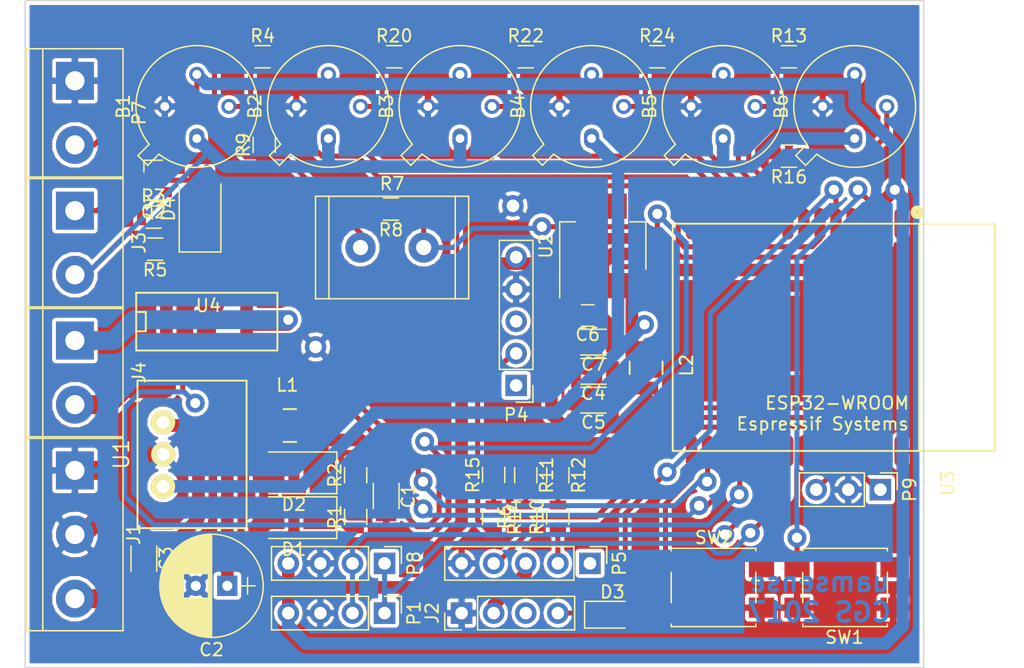
<source format=kicad_pcb>
(kicad_pcb (version 4) (host pcbnew 4.0.6-e0-6349~53~ubuntu16.04.1)
  (layers (0 F.Cu signal) (31 B.Cu signal) (34 B.Paste user) (35 F.Paste user) (36 B.SilkS user) (37 F.SilkS user) (38 B.Mask user) (39 F.Mask user) (44 Edge.Cuts user))
  (net 0 "")
  (net 1 +5VD)
  (net 2 tgs1)
  (net 3 +3V3)
  (net 4 GND)
  (net 5 tgs2)
  (net 6 tgs3)
  (net 7 tgs4)
  (net 8 tgs5)
  (net 9 tgs6)
  (net 10 +BATT)
  (net 11 +5V)
  (net 12 "Net-(D1-Pad2)")
  (net 13 dBsound)
  (net 14 "Net-(D4-Pad2)")
  (net 15 "Net-(J4-Pad1)")
  (net 16 "Net-(J4-Pad2)")
  (net 17 SDA)
  (net 18 SCL)
  (net 19 "Net-(P4-Pad2)")
  (net 20 "Net-(P5-Pad2)")
  (net 21 "Net-(P5-Pad4)")
  (net 22 door)
  (net 23 "Net-(P9-Pad1)")
  (net 24 "Net-(P9-Pad3)")
  (net 25 "Net-(Q2-Pad1)")
  (net 26 vBatt)
  (net 27 fan)
  (net 28 "Net-(R5-Pad1)")
  (net 29 dust1)
  (net 30 light)
  (net 31 dust2)
  (net 32 co2pwm)
  (net 33 "Net-(SW1-Pad2)")
  (net 34 "Net-(SW2-Pad1)")
  (net 35 HinA)
  (net 36 HinB)
  (net 37 Hpwm)
  (net 38 "Net-(C3-Pad1)")
  (module Pin_Headers:Pin_Header_Straight_1x04_Pitch2.54mm (layer F.Cu) (at 157.861 33.782 90)
    (fp_text reference J2 hide)
    (fp_text value loudness hide)
    (pad 1 thru_hole circle (at 0 0 90) (size 1.7 1.7) (drill 1) (layers *.Cu *.Mask) (net 4 GND))
  )
  (module Pin_Headers:Pin_Header_Straight_1x04_Pitch2.54mm (layer F.Cu) (at 142.24 44.958 90)
    (fp_text reference J2 hide)
    (fp_text value loudness hide)
    (pad 1 thru_hole circle (at 0 0 90) (size 1.7 1.7) (drill 1) (layers *.Cu *.Mask) (net 4 GND))
  )
  (module SMD_Packages:SO-16-N (layer F.Cu) (at 133.6294 42.9514)
    (fp_text reference U4 (at 0.127 -1.27) (layer F.SilkS))
    (fp_text value VNH7070AS)
    (pad 16 smd rect (at -4.445 -3.175) (size 0.508 1.143) (layers F.Cu F.Paste F.Mask) (net 4 GND))
    (pad 14 smd rect (at -1.905 -3.175) (size 0.508 1.143) (layers F.Cu F.Paste F.Mask) (net 4 GND))
    (pad 13 smd rect (at -0.635 -3.175) (size 0.508 1.143) (layers F.Cu F.Paste F.Mask) (net 28 "Net-(R5-Pad1)"))
    (pad 12 smd rect (at 0.635 -3.175) (size 0.508 1.143) (layers F.Cu F.Paste F.Mask) (net 10 +BATT))
    (pad 11 smd rect (at 1.905 -3.175) (size 0.508 1.143) (layers F.Cu F.Paste F.Mask) (net 37 Hpwm))
    (pad 10 smd rect (at 3.175 -3.175) (size 0.508 1.143) (layers F.Cu F.Paste F.Mask) (net 15 "Net-(J4-Pad1)"))
    (pad 9 smd rect (at 4.445 -3.175) (size 0.508 1.143) (layers F.Cu F.Paste F.Mask) (net 4 GND))
    (pad 8 smd rect (at 4.445 3.175) (size 0.508 1.143) (layers F.Cu F.Paste F.Mask) (net 4 GND))
    (pad 7 smd rect (at 3.175 3.175) (size 0.508 1.143) (layers F.Cu F.Paste F.Mask) (net 15 "Net-(J4-Pad1)"))
    (pad 6 smd rect (at 1.905 3.175) (size 0.508 1.143) (layers F.Cu F.Paste F.Mask) (net 36 HinB))
    (pad 5 smd rect (at 0.635 3.175) (size 0.508 1.143) (layers F.Cu F.Paste F.Mask) (net 10 +BATT))
    (pad 4 smd rect (at -0.635 3.175) (size 0.508 1.143) (layers F.Cu F.Paste F.Mask) (net 10 +BATT))
    (pad 3 smd rect (at -1.905 3.175) (size 0.508 1.143) (layers F.Cu F.Paste F.Mask) (net 35 HinA))
    (pad 2 smd rect (at -3.175 3.175) (size 0.508 1.143) (layers F.Cu F.Paste F.Mask) (net 16 "Net-(J4-Pad2)"))
    (pad 1 smd rect (at -4.445 3.175) (size 0.508 1.143) (layers F.Cu F.Paste F.Mask) (net 4 GND))
    (pad 15 smd rect (at -3.175 -3.175) (size 0.508 1.143) (layers F.Cu F.Paste F.Mask) (net 16 "Net-(J4-Pad2)"))
  )
  (module TO_SOT_Packages_SMD:SOT-223 (layer F.Cu) (at 164.973 36.957 90)
    (fp_text reference U2 (at 0 -4.5 90) (layer F.SilkS))
    (fp_text value LD1117S33TR)
    (pad 2 smd rect (at 3.15 0 90) (size 2 3.8) (layers F.Cu F.Paste F.Mask) (net 3 +3V3))
    (pad 2 smd rect (at -3.15 0 90) (size 2 1.5) (layers F.Cu F.Paste F.Mask) (net 3 +3V3))
    (pad 3 smd rect (at -3.15 2.3 90) (size 2 1.5) (layers F.Cu F.Paste F.Mask) (net 1 +5VD))
    (pad 1 smd rect (at -3.15 -2.3 90) (size 2 1.5) (layers F.Cu F.Paste F.Mask) (net 4 GND))
  )
  (module esp32:ESP32-WROOM (layer F.Cu) (at 183.261 44.196 90)
    (fp_text reference U3 (at -11.557 9.017 90) (layer F.SilkS))
    (fp_text value ESP32-WROOM)
    (fp_text user "Espressif Systems" (at -6.858 -0.889 180) (layer F.SilkS))
    (fp_text user ESP32-WROOM (at -5.207 0.254 180) (layer F.SilkS))
    (pad 38 smd oval (at -9 5.25 90) (size 2.5 0.9) (layers F.Cu F.Paste F.Mask) (net 4 GND))
    (pad 37 smd oval (at -9 3.98 90) (size 2.5 0.9) (layers F.Cu F.Paste F.Mask) (net 29 dust1))
    (pad 36 smd oval (at -9 2.71 90) (size 2.5 0.9) (layers F.Cu F.Paste F.Mask) (net 31 dust2))
    (pad 35 smd oval (at -9 1.44 90) (size 2.5 0.9) (layers F.Cu F.Paste F.Mask) (net 23 "Net-(P9-Pad1)"))
    (pad 34 smd oval (at -9 0.17 90) (size 2.5 0.9) (layers F.Cu F.Paste F.Mask) (net 24 "Net-(P9-Pad3)"))
    (pad 33 smd oval (at -9 -1.1 90) (size 2.5 0.9) (layers F.Cu F.Paste F.Mask) (net 32 co2pwm))
    (pad 32 smd oval (at -9 -2.37 90) (size 2.5 0.9) (layers F.Cu F.Paste F.Mask))
    (pad 31 smd oval (at -9 -3.64 90) (size 2.5 0.9) (layers F.Cu F.Paste F.Mask) (net 17 SDA))
    (pad 30 smd oval (at -9 -4.91 90) (size 2.5 0.9) (layers F.Cu F.Paste F.Mask) (net 18 SCL))
    (pad 29 smd oval (at -9 -6.18 90) (size 2.5 0.9) (layers F.Cu F.Paste F.Mask))
    (pad 28 smd oval (at -9 -7.45 90) (size 2.5 0.9) (layers F.Cu F.Paste F.Mask) (net 35 HinA))
    (pad 27 smd oval (at -9 -8.72 90) (size 2.5 0.9) (layers F.Cu F.Paste F.Mask) (net 36 HinB))
    (pad 26 smd oval (at -9 -9.99 90) (size 2.5 0.9) (layers F.Cu F.Paste F.Mask) (net 37 Hpwm))
    (pad 25 smd oval (at -9 -11.26 90) (size 2.5 0.9) (layers F.Cu F.Paste F.Mask) (net 34 "Net-(SW2-Pad1)"))
    (pad 14 smd oval (at 9 -11.26 90) (size 2.5 0.9) (layers F.Cu F.Paste F.Mask) (net 27 fan))
    (pad 13 smd oval (at 9 -9.99 90) (size 2.5 0.9) (layers F.Cu F.Paste F.Mask) (net 22 door))
    (pad 12 smd oval (at 9 -8.72 90) (size 2.5 0.9) (layers F.Cu F.Paste F.Mask) (net 2 tgs1))
    (pad 11 smd oval (at 9 -7.45 90) (size 2.5 0.9) (layers F.Cu F.Paste F.Mask) (net 5 tgs2))
    (pad 10 smd oval (at 9 -6.18 90) (size 2.5 0.9) (layers F.Cu F.Paste F.Mask) (net 6 tgs3))
    (pad 9 smd oval (at 9 -4.91 90) (size 2.5 0.9) (layers F.Cu F.Paste F.Mask) (net 7 tgs4))
    (pad 8 smd oval (at 9 -3.64 90) (size 2.5 0.9) (layers F.Cu F.Paste F.Mask) (net 8 tgs5))
    (pad 7 smd oval (at 9 -2.37 90) (size 2.5 0.9) (layers F.Cu F.Paste F.Mask) (net 9 tgs6))
    (pad 6 smd oval (at 9 -1.1 90) (size 2.5 0.9) (layers F.Cu F.Paste F.Mask) (net 30 light))
    (pad 5 smd oval (at 9 0.17 90) (size 2.5 0.9) (layers F.Cu F.Paste F.Mask) (net 13 dBsound))
    (pad 4 smd oval (at 9 1.44 90) (size 2.5 0.9) (layers F.Cu F.Paste F.Mask) (net 26 vBatt))
    (pad 3 smd oval (at 9 2.71 90) (size 2.5 0.9) (layers F.Cu F.Paste F.Mask) (net 33 "Net-(SW1-Pad2)"))
    (pad 2 smd oval (at 9 3.98 90) (size 2.5 0.9) (layers F.Cu F.Paste F.Mask) (net 3 +3V3))
    (pad 1 smd oval (at 9 5.25 90) (size 2.5 0.9) (layers F.Cu F.Paste F.Mask) (net 4 GND))
    (pad 39 smd rect (at 0.3 -2.45 90) (size 6 6) (layers F.Cu F.Paste F.Mask) (net 4 GND))
  )
  (module TO_SOT_Packages_THT:TO-5-4 (layer F.Cu) (at 132.842 28.448 90)
    (fp_text reference B1 (at 2.54 -5.82 90) (layer F.SilkS))
    (fp_text value TGS2600)
    (pad 1 thru_hole oval (at 0 0 90) (size 1.6 1.2) (drill 0.7) (layers *.Cu *.Mask) (net 1 +5VD))
    (pad 2 thru_hole oval (at 2.54 2.54 90) (size 1.2 1.2) (drill 0.7) (layers *.Cu *.Mask) (net 2 tgs1))
    (pad 3 thru_hole oval (at 5.08 0 90) (size 1.2 1.2) (drill 0.7) (layers *.Cu *.Mask) (net 3 +3V3))
    (pad 4 thru_hole oval (at 2.54 -2.54 90) (size 1.2 1.2) (drill 0.7) (layers *.Cu *.Mask) (net 4 GND))
  )
  (module TO_SOT_Packages_THT:TO-5-4 (layer F.Cu) (at 143.256 28.448 90)
    (fp_text reference B2 (at 2.54 -5.82 90) (layer F.SilkS))
    (fp_text value TGS2600)
    (pad 1 thru_hole oval (at 0 0 90) (size 1.6 1.2) (drill 0.7) (layers *.Cu *.Mask) (net 1 +5VD))
    (pad 2 thru_hole oval (at 2.54 2.54 90) (size 1.2 1.2) (drill 0.7) (layers *.Cu *.Mask) (net 5 tgs2))
    (pad 3 thru_hole oval (at 5.08 0 90) (size 1.2 1.2) (drill 0.7) (layers *.Cu *.Mask) (net 3 +3V3))
    (pad 4 thru_hole oval (at 2.54 -2.54 90) (size 1.2 1.2) (drill 0.7) (layers *.Cu *.Mask) (net 4 GND))
  )
  (module TO_SOT_Packages_THT:TO-5-4 (layer F.Cu) (at 153.67 28.448 90)
    (fp_text reference B3 (at 2.54 -5.82 90) (layer F.SilkS))
    (fp_text value TGS2600)
    (pad 1 thru_hole oval (at 0 0 90) (size 1.6 1.2) (drill 0.7) (layers *.Cu *.Mask) (net 1 +5VD))
    (pad 2 thru_hole oval (at 2.54 2.54 90) (size 1.2 1.2) (drill 0.7) (layers *.Cu *.Mask) (net 6 tgs3))
    (pad 3 thru_hole oval (at 5.08 0 90) (size 1.2 1.2) (drill 0.7) (layers *.Cu *.Mask) (net 3 +3V3))
    (pad 4 thru_hole oval (at 2.54 -2.54 90) (size 1.2 1.2) (drill 0.7) (layers *.Cu *.Mask) (net 4 GND))
  )
  (module TO_SOT_Packages_THT:TO-5-4 (layer F.Cu) (at 164.084 28.448 90)
    (fp_text reference B4 (at 2.54 -5.82 90) (layer F.SilkS))
    (fp_text value TGS2600)
    (pad 1 thru_hole oval (at 0 0 90) (size 1.6 1.2) (drill 0.7) (layers *.Cu *.Mask) (net 1 +5VD))
    (pad 2 thru_hole oval (at 2.54 2.54 90) (size 1.2 1.2) (drill 0.7) (layers *.Cu *.Mask) (net 7 tgs4))
    (pad 3 thru_hole oval (at 5.08 0 90) (size 1.2 1.2) (drill 0.7) (layers *.Cu *.Mask) (net 3 +3V3))
    (pad 4 thru_hole oval (at 2.54 -2.54 90) (size 1.2 1.2) (drill 0.7) (layers *.Cu *.Mask) (net 4 GND))
  )
  (module TO_SOT_Packages_THT:TO-5-4 (layer F.Cu) (at 174.498 28.448 90)
    (fp_text reference B5 (at 2.54 -5.82 90) (layer F.SilkS))
    (fp_text value TGS2600)
    (pad 1 thru_hole oval (at 0 0 90) (size 1.6 1.2) (drill 0.7) (layers *.Cu *.Mask) (net 1 +5VD))
    (pad 2 thru_hole oval (at 2.54 2.54 90) (size 1.2 1.2) (drill 0.7) (layers *.Cu *.Mask) (net 8 tgs5))
    (pad 3 thru_hole oval (at 5.08 0 90) (size 1.2 1.2) (drill 0.7) (layers *.Cu *.Mask) (net 3 +3V3))
    (pad 4 thru_hole oval (at 2.54 -2.54 90) (size 1.2 1.2) (drill 0.7) (layers *.Cu *.Mask) (net 4 GND))
  )
  (module TO_SOT_Packages_THT:TO-5-4 (layer F.Cu) (at 184.912 28.448 90)
    (fp_text reference B6 (at 2.54 -5.82 90) (layer F.SilkS))
    (fp_text value TGS2600)
    (pad 1 thru_hole oval (at 0 0 90) (size 1.6 1.2) (drill 0.7) (layers *.Cu *.Mask) (net 1 +5VD))
    (pad 2 thru_hole oval (at 2.54 2.54 90) (size 1.2 1.2) (drill 0.7) (layers *.Cu *.Mask) (net 9 tgs6))
    (pad 3 thru_hole oval (at 5.08 0 90) (size 1.2 1.2) (drill 0.7) (layers *.Cu *.Mask) (net 3 +3V3))
    (pad 4 thru_hole oval (at 2.54 -2.54 90) (size 1.2 1.2) (drill 0.7) (layers *.Cu *.Mask) (net 4 GND))
  )
  (module Capacitors_SMD:C_1206 (layer F.Cu) (at 147.828 56.769 270)
    (fp_text reference C1 (at 0 -1.75 270) (layer F.SilkS))
    (fp_text value 10u)
    (pad 1 smd rect (at -1.5 0 270) (size 1 1.6) (layers F.Cu F.Paste F.Mask) (net 10 +BATT))
    (pad 2 smd rect (at 1.5 0 270) (size 1 1.6) (layers F.Cu F.Paste F.Mask) (net 4 GND))
  )
  (module Capacitors_THT:CP_Radial_D8.0mm_P2.50mm (layer F.Cu) (at 135.255 63.881 180)
    (fp_text reference C2 (at 1.25 -5.06 180) (layer F.SilkS))
    (fp_text value 270u)
    (pad 1 thru_hole rect (at 0 0 180) (size 1.6 1.6) (drill 0.8) (layers *.Cu *.Mask) (net 10 +BATT))
    (pad 2 thru_hole circle (at 2.5 0 180) (size 1.6 1.6) (drill 0.8) (layers *.Cu *.Mask) (net 4 GND))
  )
  (module Capacitors_SMD:C_1206 (layer F.Cu) (at 128.651 61.722 270)
    (fp_text reference C3 (at 0 -1.75 270) (layer F.SilkS))
    (fp_text value 10u)
    (pad 1 smd rect (at -1.5 0 270) (size 1 1.6) (layers F.Cu F.Paste F.Mask) (net 38 "Net-(C3-Pad1)"))
    (pad 2 smd rect (at 1.5 0 270) (size 1 1.6) (layers F.Cu F.Paste F.Mask) (net 4 GND))
  )
  (module Capacitors_SMD:C_1206 (layer F.Cu) (at 164.2364 46.8884 180)
    (fp_text reference C4 (at 0 -1.75 180) (layer F.SilkS))
    (fp_text value 10u)
    (pad 1 smd rect (at -1.5 0 180) (size 1 1.6) (layers F.Cu F.Paste F.Mask) (net 1 +5VD))
    (pad 2 smd rect (at 1.5 0 180) (size 1 1.6) (layers F.Cu F.Paste F.Mask) (net 4 GND))
  )
  (module Capacitors_SMD:C_1206 (layer F.Cu) (at 164.2364 49.1744 180)
    (fp_text reference C5 (at 0 -1.75 180) (layer F.SilkS))
    (fp_text value 10u)
    (pad 1 smd rect (at -1.5 0 180) (size 1 1.6) (layers F.Cu F.Paste F.Mask) (net 11 +5V))
    (pad 2 smd rect (at 1.5 0 180) (size 1 1.6) (layers F.Cu F.Paste F.Mask) (net 4 GND))
  )
  (module Capacitors_SMD:C_0805 (layer F.Cu) (at 163.7792 42.4688 180)
    (fp_text reference C6 (at 0 -1.5 180) (layer F.SilkS))
    (fp_text value 100n)
    (pad 1 smd rect (at -1 0 180) (size 1 1.25) (layers F.Cu F.Paste F.Mask) (net 3 +3V3))
    (pad 2 smd rect (at 1 0 180) (size 1 1.25) (layers F.Cu F.Paste F.Mask) (net 4 GND))
  )
  (module Capacitors_SMD:C_1206 (layer F.Cu) (at 164.2364 44.577 180)
    (fp_text reference C7 (at 0 -1.75 180) (layer F.SilkS))
    (fp_text value 10u)
    (pad 1 smd rect (at -1.5 0 180) (size 1 1.6) (layers F.Cu F.Paste F.Mask) (net 3 +3V3))
    (pad 2 smd rect (at 1.5 0 180) (size 1 1.6) (layers F.Cu F.Paste F.Mask) (net 4 GND))
  )
  (module Diodes_SMD:D_SMA (layer F.Cu) (at 140.5255 58.4835 180)
    (fp_text reference D1 (at 0 -2.5 180) (layer F.SilkS))
    (fp_text value D_Schottky)
    (pad 1 smd rect (at -2 0 180) (size 2.5 1.8) (layers F.Cu F.Paste F.Mask) (net 10 +BATT))
    (pad 2 smd rect (at 2 0 180) (size 2.5 1.8) (layers F.Cu F.Paste F.Mask) (net 12 "Net-(D1-Pad2)"))
  )
  (module Diodes_SMD:D_SMA (layer F.Cu) (at 140.5255 54.9275 180)
    (fp_text reference D2 (at 0 -2.5 180) (layer F.SilkS))
    (fp_text value D_Schottky)
    (pad 1 smd rect (at -2 0 180) (size 2.5 1.8) (layers F.Cu F.Paste F.Mask) (net 10 +BATT))
    (pad 2 smd rect (at 2 0 180) (size 2.5 1.8) (layers F.Cu F.Paste F.Mask) (net 12 "Net-(D1-Pad2)"))
  )
  (module Diodes_SMD:D_1206 (layer F.Cu) (at 165.735 66.167)
    (fp_text reference D3 (at 0 -1.8) (layer F.SilkS))
    (fp_text value 3.3V)
    (pad 1 smd rect (at -1.5 0) (size 1 1.6) (layers F.Cu F.Paste F.Mask) (net 13 dBsound))
    (pad 2 smd rect (at 1.5 0) (size 1 1.6) (layers F.Cu F.Paste F.Mask) (net 4 GND))
  )
  (module Diodes_SMD:D_SMA (layer F.Cu) (at 133.096 34.036 90)
    (fp_text reference D4 (at 0 -2.5 90) (layer F.SilkS))
    (fp_text value D_Schottky)
    (pad 1 smd rect (at -2 0 90) (size 2.5 1.8) (layers F.Cu F.Paste F.Mask) (net 1 +5VD))
    (pad 2 smd rect (at 2 0 90) (size 2.5 1.8) (layers F.Cu F.Paste F.Mask) (net 14 "Net-(D4-Pad2)"))
  )
  (module Connectors:bornier3 (layer F.Cu) (at 123.19 54.737 270)
    (fp_text reference J1 (at 5.05 -4.65 270) (layer F.SilkS))
    (fp_text value power)
    (pad 1 thru_hole rect (at 0 0 270) (size 3 3) (drill 1.52) (layers *.Cu *.Mask) (net 4 GND))
    (pad 2 thru_hole circle (at 5.08 0 270) (size 3 3) (drill 1.52) (layers *.Cu *.Mask) (net 4 GND))
    (pad 3 thru_hole circle (at 10.16 0 270) (size 3 3) (drill 1.52) (layers *.Cu *.Mask) (net 12 "Net-(D1-Pad2)"))
  )
  (module Pin_Headers:Pin_Header_Straight_1x04_Pitch2.54mm (layer F.Cu) (at 153.797 66.04 90)
    (fp_text reference J2 (at 0 -2.33 90) (layer F.SilkS))
    (fp_text value loudness)
    (pad 1 thru_hole rect (at 0 0 90) (size 1.7 1.7) (drill 1) (layers *.Cu *.Mask) (net 4 GND))
    (pad 2 thru_hole oval (at 0 2.54 90) (size 1.7 1.7) (drill 1) (layers *.Cu *.Mask) (net 11 +5V))
    (pad 3 thru_hole oval (at 0 5.08 90) (size 1.7 1.7) (drill 1) (layers *.Cu *.Mask))
    (pad 4 thru_hole oval (at 0 7.62 90) (size 1.7 1.7) (drill 1) (layers *.Cu *.Mask) (net 13 dBsound))
  )
  (module Connectors:bornier2 (layer F.Cu) (at 123.19 34.163 270)
    (fp_text reference J3 (at 2.54 -5.08 270) (layer F.SilkS))
    (fp_text value fan)
    (pad 1 thru_hole rect (at 0 0 270) (size 3 3) (drill 1.52) (layers *.Cu *.Mask) (net 14 "Net-(D4-Pad2)"))
    (pad 2 thru_hole circle (at 5.08 0 270) (size 3 3) (drill 1.52) (layers *.Cu *.Mask) (net 1 +5VD))
  )
  (module Connectors:bornier2 (layer F.Cu) (at 123.19 44.45 270)
    (fp_text reference J4 (at 2.54 -5.08 270) (layer F.SilkS))
    (fp_text value peltier)
    (pad 1 thru_hole rect (at 0 0 270) (size 3 3) (drill 1.52) (layers *.Cu *.Mask) (net 15 "Net-(J4-Pad1)"))
    (pad 2 thru_hole circle (at 5.08 0 270) (size 3 3) (drill 1.52) (layers *.Cu *.Mask) (net 16 "Net-(J4-Pad2)"))
  )
  (module Inductors_NEOSID:Neosid_Inductor_SM-NE30_SMD1210 (layer F.Cu) (at 140.208 51.181)
    (fp_text reference L1 (at -0.20066 -3.2004) (layer F.SilkS))
    (fp_text value 33u)
    (pad 2 smd rect (at 1.6002 0) (size 1.00076 1.89992) (layers F.Cu F.Paste F.Mask) (net 10 +BATT))
    (pad 1 smd rect (at -1.6002 0) (size 1.00076 1.89992) (layers F.Cu F.Paste F.Mask) (net 38 "Net-(C3-Pad1)"))
  )
  (module Inductors_NEOSID:Neosid_Inductor_SM-NE30_SMD1210 (layer F.Cu) (at 168.402 46.609 270)
    (fp_text reference L2 (at -0.20066 -3.2004 270) (layer F.SilkS))
    (fp_text value 33u)
    (pad 2 smd rect (at 1.6002 0 270) (size 1.00076 1.89992) (layers F.Cu F.Paste F.Mask) (net 11 +5V))
    (pad 1 smd rect (at -1.6002 0 270) (size 1.00076 1.89992) (layers F.Cu F.Paste F.Mask) (net 1 +5VD))
  )
  (module Socket_Strips:Socket_Strip_Straight_1x04_Pitch2.54mm (layer F.Cu) (at 147.701 66.04 270)
    (fp_text reference P1 (at 0 -2.33 270) (layer F.SilkS))
    (fp_text value I2C)
    (pad 1 thru_hole rect (at 0 0 270) (size 1.7 1.7) (drill 1) (layers *.Cu *.Mask) (net 17 SDA))
    (pad 2 thru_hole oval (at 0 2.54 270) (size 1.7 1.7) (drill 1) (layers *.Cu *.Mask) (net 18 SCL))
    (pad 3 thru_hole oval (at 0 5.08 270) (size 1.7 1.7) (drill 1) (layers *.Cu *.Mask) (net 4 GND))
    (pad 4 thru_hole oval (at 0 7.62 270) (size 1.7 1.7) (drill 1) (layers *.Cu *.Mask) (net 3 +3V3))
  )
  (module Socket_Strips:Socket_Strip_Straight_1x05_Pitch2.54mm (layer F.Cu) (at 158.115 48.006 180)
    (fp_text reference P4 (at 0 -2.33 180) (layer F.SilkS))
    (fp_text value CDM7160)
    (pad 1 thru_hole rect (at 0 0 180) (size 1.7 1.7) (drill 1) (layers *.Cu *.Mask))
    (pad 2 thru_hole oval (at 0 2.54 180) (size 1.7 1.7) (drill 1) (layers *.Cu *.Mask) (net 19 "Net-(P4-Pad2)"))
    (pad 3 thru_hole oval (at 0 5.08 180) (size 1.7 1.7) (drill 1) (layers *.Cu *.Mask))
    (pad 4 thru_hole oval (at 0 7.62 180) (size 1.7 1.7) (drill 1) (layers *.Cu *.Mask) (net 4 GND))
    (pad 5 thru_hole oval (at 0 10.16 180) (size 1.7 1.7) (drill 1) (layers *.Cu *.Mask) (net 11 +5V))
  )
  (module Socket_Strips:Socket_Strip_Straight_1x05_Pitch2.54mm (layer F.Cu) (at 163.957 62.103 270)
    (fp_text reference P5 (at 0 -2.33 270) (layer F.SilkS))
    (fp_text value DSM501A)
    (pad 1 thru_hole rect (at 0 0 270) (size 1.7 1.7) (drill 1) (layers *.Cu *.Mask))
    (pad 2 thru_hole oval (at 0 2.54 270) (size 1.7 1.7) (drill 1) (layers *.Cu *.Mask) (net 20 "Net-(P5-Pad2)"))
    (pad 3 thru_hole oval (at 0 5.08 270) (size 1.7 1.7) (drill 1) (layers *.Cu *.Mask) (net 11 +5V))
    (pad 4 thru_hole oval (at 0 7.62 270) (size 1.7 1.7) (drill 1) (layers *.Cu *.Mask) (net 21 "Net-(P5-Pad4)"))
    (pad 5 thru_hole oval (at 0 10.16 270) (size 1.7 1.7) (drill 1) (layers *.Cu *.Mask) (net 4 GND))
  )
  (module Connectors:bornier2 (layer F.Cu) (at 123.19 23.876 270)
    (fp_text reference P7 (at 2.54 -5.08 270) (layer F.SilkS))
    (fp_text value door)
    (pad 1 thru_hole rect (at 0 0 270) (size 3 3) (drill 1.52) (layers *.Cu *.Mask) (net 4 GND))
    (pad 2 thru_hole circle (at 5.08 0 270) (size 3 3) (drill 1.52) (layers *.Cu *.Mask) (net 22 door))
  )
  (module Pin_Headers:Pin_Header_Straight_1x04_Pitch2.54mm (layer F.Cu) (at 147.701 62.103 270)
    (fp_text reference P8 (at 0 -2.33 270) (layer F.SilkS))
    (fp_text value I2C)
    (pad 1 thru_hole rect (at 0 0 270) (size 1.7 1.7) (drill 1) (layers *.Cu *.Mask) (net 17 SDA))
    (pad 2 thru_hole oval (at 0 2.54 270) (size 1.7 1.7) (drill 1) (layers *.Cu *.Mask) (net 18 SCL))
    (pad 3 thru_hole oval (at 0 5.08 270) (size 1.7 1.7) (drill 1) (layers *.Cu *.Mask) (net 4 GND))
    (pad 4 thru_hole oval (at 0 7.62 270) (size 1.7 1.7) (drill 1) (layers *.Cu *.Mask) (net 3 +3V3))
  )
  (module Pin_Headers:Pin_Header_Straight_1x03_Pitch2.54mm (layer F.Cu) (at 186.944 56.261 270)
    (fp_text reference P9 (at 0 -2.33 270) (layer F.SilkS))
    (fp_text value SERIAL)
    (pad 1 thru_hole rect (at 0 0 270) (size 1.7 1.7) (drill 1) (layers *.Cu *.Mask) (net 23 "Net-(P9-Pad1)"))
    (pad 2 thru_hole oval (at 0 2.54 270) (size 1.7 1.7) (drill 1) (layers *.Cu *.Mask) (net 4 GND))
    (pad 3 thru_hole oval (at 0 5.08 270) (size 1.7 1.7) (drill 1) (layers *.Cu *.Mask) (net 24 "Net-(P9-Pad3)"))
  )
  (module TO_SOT_Packages_SMD:SOT-23 (layer F.Cu) (at 129.413 31.75 180)
    (fp_text reference Q2 (at 0 -2.5 180) (layer F.SilkS))
    (fp_text value BSS138)
    (pad 1 smd rect (at -1 -0.95 180) (size 0.9 0.8) (layers F.Cu F.Paste F.Mask) (net 25 "Net-(Q2-Pad1)"))
    (pad 2 smd rect (at -1 0.95 180) (size 0.9 0.8) (layers F.Cu F.Paste F.Mask) (net 4 GND))
    (pad 3 smd rect (at 1 0 180) (size 0.9 0.8) (layers F.Cu F.Paste F.Mask) (net 14 "Net-(D4-Pad2)"))
  )
  (module Resistors_SMD:R_0805 (layer F.Cu) (at 145.415 58.42 90)
    (fp_text reference R1 (at 0 -1.65 90) (layer F.SilkS))
    (fp_text value R1batt)
    (pad 1 smd rect (at -0.95 0 90) (size 0.7 1.3) (layers F.Cu F.Paste F.Mask) (net 10 +BATT))
    (pad 2 smd rect (at 0.95 0 90) (size 0.7 1.3) (layers F.Cu F.Paste F.Mask) (net 26 vBatt))
  )
  (module Resistors_SMD:R_0805 (layer F.Cu) (at 145.415 55.118 90)
    (fp_text reference R2 (at 0 -1.65 90) (layer F.SilkS))
    (fp_text value R2batt)
    (pad 1 smd rect (at -0.95 0 90) (size 0.7 1.3) (layers F.Cu F.Paste F.Mask) (net 26 vBatt))
    (pad 2 smd rect (at 0.95 0 90) (size 0.7 1.3) (layers F.Cu F.Paste F.Mask) (net 4 GND))
  )
  (module Resistors_SMD:R_0805 (layer F.Cu) (at 129.413 34.671)
    (fp_text reference R3 (at 0 -1.65) (layer F.SilkS))
    (fp_text value Rfan)
    (pad 1 smd rect (at -0.95 0) (size 0.7 1.3) (layers F.Cu F.Paste F.Mask) (net 25 "Net-(Q2-Pad1)"))
    (pad 2 smd rect (at 0.95 0) (size 0.7 1.3) (layers F.Cu F.Paste F.Mask) (net 27 fan))
  )
  (module Resistors_SMD:R_0805 (layer F.Cu) (at 138.049 21.971)
    (fp_text reference R4 (at 0 -1.65) (layer F.SilkS))
    (fp_text value Rtgs)
    (pad 1 smd rect (at -0.95 0) (size 0.7 1.3) (layers F.Cu F.Paste F.Mask) (net 2 tgs1))
    (pad 2 smd rect (at 0.95 0) (size 0.7 1.3) (layers F.Cu F.Paste F.Mask) (net 4 GND))
  )
  (module Resistors_SMD:R_0805 (layer F.Cu) (at 129.54 37.211 180)
    (fp_text reference R5 (at 0 -1.65 180) (layer F.SilkS))
    (fp_text value RsenseH)
    (pad 1 smd rect (at -0.95 0 180) (size 0.7 1.3) (layers F.Cu F.Paste F.Mask) (net 28 "Net-(R5-Pad1)"))
    (pad 2 smd rect (at 0.95 0 180) (size 0.7 1.3) (layers F.Cu F.Paste F.Mask) (net 4 GND))
  )
  (module Resistors_SMD:R_0805 (layer F.Cu) (at 158.877 58.42 90)
    (fp_text reference R6 (at 0 -1.65 90) (layer F.SilkS))
    (fp_text value R1dust)
    (pad 1 smd rect (at -0.95 0 90) (size 0.7 1.3) (layers F.Cu F.Paste F.Mask) (net 21 "Net-(P5-Pad4)"))
    (pad 2 smd rect (at 0.95 0 90) (size 0.7 1.3) (layers F.Cu F.Paste F.Mask) (net 29 dust1))
  )
  (module Resistors_THT:R_Radial_Power_L12.0mm_W8.0mm_P5.00mm (layer F.Cu) (at 145.796 37.084)
    (fp_text reference R7 (at 2.5 -5.06) (layer F.SilkS))
    (fp_text value Photores)
    (pad 1 thru_hole circle (at 0 0) (size 2.4 2.4) (drill 1.2) (layers *.Cu *.Mask) (net 3 +3V3))
    (pad 2 thru_hole circle (at 5 0) (size 2.4 2.4) (drill 1.2) (layers *.Cu *.Mask) (net 30 light))
  )
  (module Resistors_SMD:R_0805 (layer F.Cu) (at 148.209 34.036 180)
    (fp_text reference R8 (at 0 -1.65 180) (layer F.SilkS))
    (fp_text value Rlight)
    (pad 1 smd rect (at -0.95 0 180) (size 0.7 1.3) (layers F.Cu F.Paste F.Mask) (net 30 light))
    (pad 2 smd rect (at 0.95 0 180) (size 0.7 1.3) (layers F.Cu F.Paste F.Mask) (net 4 GND))
  )
  (module Resistors_SMD:R_0805 (layer F.Cu) (at 138.176 28.956 90)
    (fp_text reference R9 (at 0 -1.65 90) (layer F.SilkS))
    (fp_text value Rdoor)
    (pad 1 smd rect (at -0.95 0 90) (size 0.7 1.3) (layers F.Cu F.Paste F.Mask) (net 3 +3V3))
    (pad 2 smd rect (at 0.95 0 90) (size 0.7 1.3) (layers F.Cu F.Paste F.Mask) (net 22 door))
  )
  (module Resistors_SMD:R_0805 (layer F.Cu) (at 161.417 58.42 90)
    (fp_text reference R10 (at 0 -1.65 90) (layer F.SilkS))
    (fp_text value R1dust)
    (pad 1 smd rect (at -0.95 0 90) (size 0.7 1.3) (layers F.Cu F.Paste F.Mask) (net 20 "Net-(P5-Pad2)"))
    (pad 2 smd rect (at 0.95 0 90) (size 0.7 1.3) (layers F.Cu F.Paste F.Mask) (net 31 dust2))
  )
  (module Resistors_SMD:R_0805 (layer F.Cu) (at 158.877 55.118 270)
    (fp_text reference R11 (at 0 -1.65 270) (layer F.SilkS))
    (fp_text value R2dust)
    (pad 1 smd rect (at -0.95 0 270) (size 0.7 1.3) (layers F.Cu F.Paste F.Mask) (net 4 GND))
    (pad 2 smd rect (at 0.95 0 270) (size 0.7 1.3) (layers F.Cu F.Paste F.Mask) (net 29 dust1))
  )
  (module Resistors_SMD:R_0805 (layer F.Cu) (at 161.417 55.118 270)
    (fp_text reference R12 (at 0 -1.65 270) (layer F.SilkS))
    (fp_text value R2dust)
    (pad 1 smd rect (at -0.95 0 270) (size 0.7 1.3) (layers F.Cu F.Paste F.Mask) (net 4 GND))
    (pad 2 smd rect (at 0.95 0 270) (size 0.7 1.3) (layers F.Cu F.Paste F.Mask) (net 31 dust2))
  )
  (module Resistors_SMD:R_0805 (layer F.Cu) (at 179.705 21.971)
    (fp_text reference R13 (at 0 -1.65) (layer F.SilkS))
    (fp_text value Rtgs)
    (pad 1 smd rect (at -0.95 0) (size 0.7 1.3) (layers F.Cu F.Paste F.Mask) (net 8 tgs5))
    (pad 2 smd rect (at 0.95 0) (size 0.7 1.3) (layers F.Cu F.Paste F.Mask) (net 4 GND))
  )
  (module Resistors_SMD:R_0805 (layer F.Cu) (at 156.337 58.42 270)
    (fp_text reference R14 (at 0 -1.65 270) (layer F.SilkS))
    (fp_text value R1co2)
    (pad 1 smd rect (at -0.95 0 270) (size 0.7 1.3) (layers F.Cu F.Paste F.Mask) (net 32 co2pwm))
    (pad 2 smd rect (at 0.95 0 270) (size 0.7 1.3) (layers F.Cu F.Paste F.Mask) (net 19 "Net-(P4-Pad2)"))
  )
  (module Resistors_SMD:R_0805 (layer F.Cu) (at 156.337 55.0926 90)
    (fp_text reference R15 (at 0 -1.65 90) (layer F.SilkS))
    (fp_text value R2co2)
    (pad 1 smd rect (at -0.95 0 90) (size 0.7 1.3) (layers F.Cu F.Paste F.Mask) (net 32 co2pwm))
    (pad 2 smd rect (at 0.95 0 90) (size 0.7 1.3) (layers F.Cu F.Paste F.Mask) (net 4 GND))
  )
  (module Resistors_SMD:R_0805 (layer F.Cu) (at 179.705 29.845 180)
    (fp_text reference R16 (at 0 -1.65 180) (layer F.SilkS))
    (fp_text value Rtgs)
    (pad 1 smd rect (at -0.95 0 180) (size 0.7 1.3) (layers F.Cu F.Paste F.Mask) (net 9 tgs6))
    (pad 2 smd rect (at 0.95 0 180) (size 0.7 1.3) (layers F.Cu F.Paste F.Mask) (net 4 GND))
  )
  (module Resistors_SMD:R_0805 (layer F.Cu) (at 148.463 21.971)
    (fp_text reference R20 (at 0 -1.65) (layer F.SilkS))
    (fp_text value Rtgs)
    (pad 1 smd rect (at -0.95 0) (size 0.7 1.3) (layers F.Cu F.Paste F.Mask) (net 5 tgs2))
    (pad 2 smd rect (at 0.95 0) (size 0.7 1.3) (layers F.Cu F.Paste F.Mask) (net 4 GND))
  )
  (module Resistors_SMD:R_0805 (layer F.Cu) (at 158.877 21.971)
    (fp_text reference R22 (at 0 -1.65) (layer F.SilkS))
    (fp_text value Rtgs)
    (pad 1 smd rect (at -0.95 0) (size 0.7 1.3) (layers F.Cu F.Paste F.Mask) (net 6 tgs3))
    (pad 2 smd rect (at 0.95 0) (size 0.7 1.3) (layers F.Cu F.Paste F.Mask) (net 4 GND))
  )
  (module Resistors_SMD:R_0805 (layer F.Cu) (at 169.291 21.971)
    (fp_text reference R24 (at 0 -1.65) (layer F.SilkS))
    (fp_text value Rtgs)
    (pad 1 smd rect (at -0.95 0) (size 0.7 1.3) (layers F.Cu F.Paste F.Mask) (net 7 tgs4))
    (pad 2 smd rect (at 0.95 0) (size 0.7 1.3) (layers F.Cu F.Paste F.Mask) (net 4 GND))
  )
  (module smd_button:smd_button (layer F.Cu) (at 184.15 64.008 180)
    (fp_text reference SW1 (at 0.05 -3.95 180) (layer F.SilkS))
    (fp_text value RESET)
    (pad 1 smd rect (at 3.8 -1.6 180) (size 2 1.6) (layers F.Cu F.Paste F.Mask) (net 4 GND))
    (pad 1 smd rect (at -3.8 -1.6 180) (size 2 1.6) (layers F.Cu F.Paste F.Mask) (net 4 GND))
    (pad 2 smd rect (at -3.8 1.6 180) (size 2 1.6) (layers F.Cu F.Paste F.Mask) (net 33 "Net-(SW1-Pad2)"))
    (pad 2 smd rect (at 3.8 1.6 180) (size 2 1.6) (layers F.Cu F.Paste F.Mask) (net 33 "Net-(SW1-Pad2)"))
  )
  (module smd_button:smd_button (layer F.Cu) (at 173.736 64.008)
    (fp_text reference SW2 (at 0.05 -3.95) (layer F.SilkS))
    (fp_text value BOOT)
    (pad 1 smd rect (at 3.8 -1.6) (size 2 1.6) (layers F.Cu F.Paste F.Mask) (net 34 "Net-(SW2-Pad1)"))
    (pad 1 smd rect (at -3.8 -1.6) (size 2 1.6) (layers F.Cu F.Paste F.Mask) (net 34 "Net-(SW2-Pad1)"))
    (pad 2 smd rect (at -3.8 1.6) (size 2 1.6) (layers F.Cu F.Paste F.Mask) (net 4 GND))
    (pad 2 smd rect (at 3.8 1.6) (size 2 1.6) (layers F.Cu F.Paste F.Mask) (net 4 GND))
  )
  (module mplewis:R-78E5.0-0.5 (layer F.Cu) (at 128.143 53.467 270)
    (fp_text reference U1 (at 0 1.27 270) (layer F.SilkS) (effects (font (size 1.2 1.2))))
    (fp_text value R-78E5.0-0.5)
    (pad 1 thru_hole circle (at -2.54 -2.032 270) (size 1.905 1.905) (drill 1.016) (layers *.Cu *.Mask F.SilkS) (net 38 "Net-(C3-Pad1)"))
    (pad 2 thru_hole circle (at 0 -2.032 270) (size 1.905 1.905) (drill 1.016) (layers *.Cu *.Mask F.SilkS) (net 4 GND))
    (pad 3 thru_hole circle (at 2.54 -2.032 270) (size 1.905 1.905) (drill 1.016) (layers *.Cu *.Mask F.SilkS) (net 1 +5VD))
  )
  (gr_text "uamsense\nCGS 2017" (at 182.118 64.77) (layer B.Cu) (effects (font (size 1.5 1.5) (thickness 0.3)) (justify mirror)))
  (gr_line (start 119.253 17.526) (end 190.373 17.526) (angle 90) (layer Edge.Cuts) (width 0.1))
  (gr_line (start 190.373 70.358) (end 119.253 70.358) (angle 90) (layer Edge.Cuts) (width 0.1))
  (gr_line (start 190.373 70.358) (end 190.373 17.526) (angle 90) (layer Edge.Cuts) (width 0.1))
  (gr_line (start 119.253 17.526) (end 119.253 70.358) (angle 90) (layer Edge.Cuts) (width 0.1))
  (segment (start 123.19 39.243) (end 124.079 39.243) (width 0.4) (layer F.Cu) (net 1))
  (segment (start 124.079 39.243) (end 127.381 35.941) (width 0.4) (layer F.Cu) (net 1))
  (segment (start 127.381 35.941) (end 133.001 35.941) (width 0.4) (layer F.Cu) (net 1))
  (segment (start 133.001 35.941) (end 133.096 36.036) (width 0.4) (layer F.Cu) (net 1))
  (segment (start 124.079 39.243) (end 133.858 29.464) (width 0.4) (layer B.Cu) (net 1))
  (segment (start 167.273 44.845) (end 167.273 46.595) (width 1) (layer F.Cu) (net 1))
  (segment (start 166.9796 46.8884) (end 165.7364 46.8884) (width 1) (layer F.Cu) (net 1))
  (segment (start 167.273 46.595) (end 166.9796 46.8884) (width 1) (layer F.Cu) (net 1))
  (segment (start 167.273 43.18) (end 168.275 43.18) (width 1) (layer F.Cu) (net 1))
  (via (at 168.275 43.18) (size 1.5) (drill 0.8) (layers F.Cu B.Cu) (net 1))
  (segment (start 167.273 42.291) (end 167.273 43.18) (width 1) (layer F.Cu) (net 1))
  (segment (start 167.273 43.18) (end 167.273 44.845) (width 1) (layer F.Cu) (net 1))
  (segment (start 167.4368 45.0088) (end 168.402 45.0088) (width 1) (layer F.Cu) (net 1))
  (segment (start 167.273 44.845) (end 167.4368 45.0088) (width 1) (layer F.Cu) (net 1))
  (segment (start 167.273 40.107) (end 167.273 42.291) (width 1) (layer F.Cu) (net 1))
  (segment (start 176.022 30.6705) (end 176.7205 30.6705) (width 1) (layer B.Cu) (net 1))
  (segment (start 178.943 28.448) (end 184.912 28.448) (width 1) (layer B.Cu) (net 1))
  (segment (start 176.7205 30.6705) (end 178.943 28.448) (width 1) (layer B.Cu) (net 1))
  (segment (start 137.668 56.007) (end 141.097 56.007) (width 1) (layer B.Cu) (net 1))
  (segment (start 162.687 48.768) (end 168.275 43.18) (width 1) (layer B.Cu) (net 1))
  (segment (start 161.29 50.165) (end 162.687 48.768) (width 1) (layer B.Cu) (net 1))
  (segment (start 146.939 50.165) (end 161.29 50.165) (width 1) (layer B.Cu) (net 1))
  (segment (start 141.097 56.007) (end 146.939 50.165) (width 1) (layer B.Cu) (net 1))
  (segment (start 130.175 56.007) (end 137.668 56.007) (width 1) (layer B.Cu) (net 1))
  (segment (start 153.67 28.448) (end 153.67 30.6705) (width 1) (layer B.Cu) (net 1))
  (segment (start 153.67 30.6705) (end 153.67 30.48) (width 1) (layer B.Cu) (net 1))
  (segment (start 153.67 30.48) (end 153.67 30.6705) (width 1) (layer B.Cu) (net 1))
  (segment (start 143.256 28.448) (end 143.256 30.6705) (width 1) (layer B.Cu) (net 1))
  (segment (start 143.256 30.6705) (end 143.256 30.607) (width 1) (layer B.Cu) (net 1))
  (segment (start 143.256 30.607) (end 143.256 30.6705) (width 1) (layer B.Cu) (net 1))
  (segment (start 166.1795 30.6705) (end 153.67 30.6705) (width 1) (layer B.Cu) (net 1))
  (segment (start 153.67 30.6705) (end 143.256 30.6705) (width 1) (layer B.Cu) (net 1))
  (segment (start 143.256 30.6705) (end 135.0645 30.6705) (width 1) (layer B.Cu) (net 1))
  (segment (start 135.0645 30.6705) (end 133.858 29.464) (width 1) (layer B.Cu) (net 1))
  (segment (start 133.858 29.464) (end 132.842 28.448) (width 1) (layer B.Cu) (net 1))
  (segment (start 174.498 28.448) (end 174.498 30.6705) (width 1) (layer B.Cu) (net 1))
  (segment (start 174.498 30.6705) (end 174.498 30.48) (width 1) (layer B.Cu) (net 1))
  (segment (start 174.498 30.48) (end 174.498 30.6705) (width 1) (layer B.Cu) (net 1))
  (segment (start 166.1795 30.6705) (end 174.498 30.6705) (width 1) (layer B.Cu) (net 1))
  (segment (start 174.498 30.6705) (end 176.022 30.6705) (width 1) (layer B.Cu) (net 1))
  (segment (start 166.1795 45.2755) (end 166.1795 30.6705) (width 1) (layer B.Cu) (net 1))
  (segment (start 166.5605 44.8945) (end 168.275 43.18) (width 1) (layer B.Cu) (net 1))
  (segment (start 166.1795 45.2755) (end 166.5605 44.8945) (width 1) (layer B.Cu) (net 1))
  (segment (start 166.1795 30.6705) (end 164.084 28.575) (width 1) (layer B.Cu) (net 1))
  (segment (start 164.084 28.575) (end 164.084 28.448) (width 1) (layer B.Cu) (net 1))
  (segment (start 133.064 36.068) (end 133.096 36.036) (width 0.4) (layer F.Cu) (net 1))
  (segment (start 132.937 36.195) (end 133.096 36.036) (width 1) (layer F.Cu) (net 1))
  (segment (start 147.32 30.607) (end 143.764 27.051) (width 0.4) (layer F.Cu) (net 2))
  (segment (start 148.336 30.607) (end 147.32 30.607) (width 0.4) (layer F.Cu) (net 2))
  (segment (start 143.764 27.051) (end 137.541 27.051) (width 0.4) (layer F.Cu) (net 2))
  (segment (start 135.382 25.908) (end 137.099 25.908) (width 0.4) (layer F.Cu) (net 2))
  (segment (start 137.099 25.908) (end 137.033 25.908) (width 0.4) (layer F.Cu) (net 2))
  (segment (start 137.033 25.908) (end 137.099 25.908) (width 0.4) (layer F.Cu) (net 2))
  (segment (start 174.541 35.196) (end 174.541 33.063) (width 0.4) (layer F.Cu) (net 2))
  (segment (start 137.099 26.609) (end 137.099 25.908) (width 0.4) (layer F.Cu) (net 2))
  (segment (start 137.099 25.908) (end 137.099 21.971) (width 0.4) (layer F.Cu) (net 2))
  (segment (start 137.541 27.051) (end 137.099 26.609) (width 0.4) (layer F.Cu) (net 2))
  (segment (start 172.085 30.607) (end 148.336 30.607) (width 0.4) (layer F.Cu) (net 2))
  (segment (start 174.541 33.063) (end 172.085 30.607) (width 0.4) (layer F.Cu) (net 2))
  (segment (start 174.541 34.206) (end 174.541 35.196) (width 0.4) (layer F.Cu) (net 2))
  (segment (start 140.081 62.103) (end 140.081 64.008) (width 1) (layer F.Cu) (net 3))
  (segment (start 140.081 64.008) (end 140.081 66.04) (width 1) (layer F.Cu) (net 3))
  (segment (start 184.15 68.453) (end 187.325 68.453) (width 1) (layer B.Cu) (net 3))
  (segment (start 187.325 68.453) (end 188.722 67.056) (width 1) (layer B.Cu) (net 3))
  (segment (start 188.722 56.007) (end 188.722 67.056) (width 1) (layer B.Cu) (net 3))
  (segment (start 188.722 56.007) (end 188.722 33.147) (width 1) (layer B.Cu) (net 3))
  (segment (start 188.722 33.147) (end 188.087 32.512) (width 1) (layer B.Cu) (net 3))
  (segment (start 141.478 68.453) (end 184.15 68.453) (width 1) (layer B.Cu) (net 3))
  (segment (start 140.081 67.056) (end 141.478 68.453) (width 1) (layer B.Cu) (net 3))
  (segment (start 140.081 66.04) (end 140.081 67.056) (width 1) (layer B.Cu) (net 3))
  (segment (start 188.722 67.056) (end 187.325 68.453) (width 1) (layer B.Cu) (net 3))
  (segment (start 138.176 29.906) (end 136.713 29.906) (width 0.4) (layer F.Cu) (net 3))
  (segment (start 136.713 29.906) (end 133.35 26.543) (width 0.4) (layer F.Cu) (net 3))
  (segment (start 145.796 37.084) (end 145.796 35.941) (width 0.4) (layer F.Cu) (net 3))
  (segment (start 145.796 35.941) (end 139.761 29.906) (width 0.4) (layer F.Cu) (net 3))
  (segment (start 139.761 29.906) (end 138.176 29.906) (width 0.4) (layer F.Cu) (net 3))
  (segment (start 132.842 25.781) (end 132.842 26.035) (width 0.4) (layer F.Cu) (net 3))
  (segment (start 132.842 25.781) (end 132.842 23.368) (width 0.4) (layer F.Cu) (net 3))
  (segment (start 132.842 26.035) (end 133.35 26.543) (width 0.4) (layer F.Cu) (net 3))
  (segment (start 187.241 36.66) (end 186.563 37.338) (width 1) (layer F.Cu) (net 3))
  (segment (start 187.241 35.196) (end 187.241 36.66) (width 1) (layer F.Cu) (net 3))
  (segment (start 187.241 36.66) (end 186.563 37.338) (width 0.4) (layer F.Cu) (net 3))
  (segment (start 186.563 37.338) (end 187.241 36.66) (width 1) (layer F.Cu) (net 3))
  (segment (start 185.293 37.338) (end 186.563 37.338) (width 1) (layer F.Cu) (net 3))
  (segment (start 183.769 38.862) (end 185.293 37.338) (width 1) (layer F.Cu) (net 3))
  (segment (start 170.688 38.862) (end 183.769 38.862) (width 1) (layer F.Cu) (net 3))
  (segment (start 169.418 37.592) (end 170.688 38.862) (width 1) (layer F.Cu) (net 3))
  (segment (start 167.005 37.592) (end 169.418 37.592) (width 1) (layer F.Cu) (net 3))
  (segment (start 164.973 38.354) (end 165.735 37.592) (width 1) (layer F.Cu) (net 3))
  (segment (start 165.735 37.592) (end 167.005 37.592) (width 1) (layer F.Cu) (net 3))
  (segment (start 164.973 40.107) (end 164.973 38.354) (width 1) (layer F.Cu) (net 3))
  (segment (start 164.084 23.368) (end 164.084 24.13) (width 1) (layer B.Cu) (net 3))
  (segment (start 165.7364 44.577) (end 165.7364 43.426) (width 1) (layer F.Cu) (net 3))
  (segment (start 165.7364 43.426) (end 164.7792 42.4688) (width 1) (layer F.Cu) (net 3))
  (segment (start 164.7792 42.4688) (end 164.7792 40.3008) (width 1) (layer F.Cu) (net 3))
  (segment (start 164.7792 40.3008) (end 164.973 40.107) (width 1) (layer F.Cu) (net 3))
  (segment (start 187.241 35.196) (end 187.241 33.358) (width 1) (layer F.Cu) (net 3))
  (segment (start 187.241 33.358) (end 188.087 32.512) (width 1) (layer F.Cu) (net 3))
  (segment (start 187.241 33.358) (end 188.087 32.512) (width 0.4) (layer F.Cu) (net 3))
  (via (at 188.087 32.512) (size 1.5) (drill 0.8) (layers F.Cu B.Cu) (net 3))
  (segment (start 184.912 25.781) (end 184.912 24.13) (width 1) (layer B.Cu) (net 3))
  (segment (start 184.912 25.781) (end 188.087 28.956) (width 1) (layer B.Cu) (net 3))
  (segment (start 188.087 28.956) (end 188.087 32.512) (width 1) (layer B.Cu) (net 3))
  (segment (start 164.973 40.107) (end 164.973 39.116) (width 0.4) (layer F.Cu) (net 3))
  (segment (start 164.084 24.13) (end 164.084 24.003) (width 1) (layer B.Cu) (net 3))
  (segment (start 164.084 24.003) (end 164.084 24.13) (width 1) (layer B.Cu) (net 3))
  (segment (start 153.67 23.368) (end 153.67 24.13) (width 1) (layer B.Cu) (net 3))
  (segment (start 143.256 23.368) (end 143.256 24.13) (width 1) (layer B.Cu) (net 3))
  (segment (start 174.498 23.368) (end 174.498 24.13) (width 1) (layer B.Cu) (net 3))
  (segment (start 184.912 24.13) (end 174.498 24.13) (width 1) (layer B.Cu) (net 3))
  (segment (start 174.498 24.13) (end 164.084 24.13) (width 1) (layer B.Cu) (net 3))
  (segment (start 164.084 24.13) (end 153.67 24.13) (width 1) (layer B.Cu) (net 3))
  (segment (start 153.67 24.13) (end 143.256 24.13) (width 1) (layer B.Cu) (net 3))
  (segment (start 143.256 24.13) (end 133.604 24.13) (width 1) (layer B.Cu) (net 3))
  (segment (start 133.604 24.13) (end 132.842 23.368) (width 1) (layer B.Cu) (net 3))
  (segment (start 184.912 23.368) (end 184.912 24.13) (width 1) (layer B.Cu) (net 3))
  (segment (start 164.7792 40.3008) (end 164.973 40.107) (width 0.4) (layer F.Cu) (net 3))
  (segment (start 123.19 59.817) (end 123.825 59.817) (width 1.5) (layer F.Cu) (net 4))
  (segment (start 123.825 59.817) (end 126.238 57.404) (width 1.5) (layer F.Cu) (net 4))
  (segment (start 126.238 57.404) (end 126.238 54.737) (width 1.5) (layer F.Cu) (net 4))
  (segment (start 130.175 53.467) (end 127.508 53.467) (width 1.5) (layer F.Cu) (net 4))
  (segment (start 126.238 54.737) (end 123.19 54.737) (width 1.5) (layer F.Cu) (net 4))
  (segment (start 127.508 53.467) (end 126.238 54.737) (width 1.5) (layer F.Cu) (net 4))
  (segment (start 156.972 29.845) (end 154.178 27.051) (width 0.4) (layer F.Cu) (net 5))
  (segment (start 158.242 29.845) (end 156.972 29.845) (width 0.4) (layer F.Cu) (net 5))
  (segment (start 154.178 27.051) (end 149.098 27.051) (width 0.4) (layer F.Cu) (net 5))
  (segment (start 145.796 25.908) (end 147.955 25.908) (width 0.4) (layer F.Cu) (net 5))
  (segment (start 147.955 25.908) (end 147.955 25.781) (width 0.4) (layer F.Cu) (net 5))
  (segment (start 147.955 25.781) (end 147.955 25.908) (width 0.4) (layer F.Cu) (net 5))
  (segment (start 175.811 35.196) (end 175.811 33.19) (width 0.4) (layer F.Cu) (net 5))
  (segment (start 147.513 25.466) (end 147.513 21.971) (width 0.4) (layer F.Cu) (net 5))
  (segment (start 149.098 27.051) (end 147.955 25.908) (width 0.4) (layer F.Cu) (net 5))
  (segment (start 147.955 25.908) (end 147.513 25.466) (width 0.4) (layer F.Cu) (net 5))
  (segment (start 172.466 29.845) (end 158.242 29.845) (width 0.4) (layer F.Cu) (net 5))
  (segment (start 175.811 33.19) (end 172.466 29.845) (width 0.4) (layer F.Cu) (net 5))
  (segment (start 172.847 29.21) (end 172.847 29.083) (width 0.4) (layer F.Cu) (net 6))
  (segment (start 172.847 29.083) (end 172.847 29.21) (width 0.4) (layer F.Cu) (net 6))
  (segment (start 166.624 29.083) (end 172.847 29.083) (width 0.4) (layer F.Cu) (net 6))
  (segment (start 164.592 27.051) (end 166.624 29.083) (width 0.4) (layer F.Cu) (net 6))
  (segment (start 162.814 27.051) (end 164.592 27.051) (width 0.4) (layer F.Cu) (net 6))
  (segment (start 162.814 27.051) (end 160.147 27.051) (width 0.4) (layer F.Cu) (net 6))
  (segment (start 156.21 25.908) (end 159.004 25.908) (width 0.4) (layer F.Cu) (net 6))
  (segment (start 158.75 25.908) (end 158.75 25.654) (width 0.4) (layer F.Cu) (net 6))
  (segment (start 159.004 25.908) (end 158.75 25.908) (width 0.4) (layer F.Cu) (net 6))
  (segment (start 177.081 35.196) (end 177.081 33.317) (width 0.4) (layer F.Cu) (net 6))
  (segment (start 177.081 33.317) (end 172.847 29.083) (width 0.4) (layer F.Cu) (net 6))
  (segment (start 157.927 24.831) (end 157.927 21.971) (width 0.4) (layer F.Cu) (net 6))
  (segment (start 160.147 27.051) (end 158.75 25.654) (width 0.4) (layer F.Cu) (net 6))
  (segment (start 158.75 25.654) (end 157.927 24.831) (width 0.4) (layer F.Cu) (net 6))
  (segment (start 175.7045 30.7975) (end 178.351 33.444) (width 0.4) (layer F.Cu) (net 7))
  (segment (start 175.7045 27.6225) (end 175.7045 30.7975) (width 0.4) (layer F.Cu) (net 7))
  (segment (start 175.7045 27.6225) (end 175.133 27.051) (width 0.4) (layer F.Cu) (net 7))
  (segment (start 166.624 25.908) (end 169.164 25.908) (width 0.4) (layer F.Cu) (net 7))
  (segment (start 168.91 25.908) (end 168.91 25.654) (width 0.4) (layer F.Cu) (net 7))
  (segment (start 169.164 25.908) (end 168.91 25.908) (width 0.4) (layer F.Cu) (net 7))
  (segment (start 178.351 35.196) (end 178.351 33.444) (width 0.4) (layer F.Cu) (net 7))
  (segment (start 168.341 25.085) (end 168.341 21.971) (width 0.4) (layer F.Cu) (net 7))
  (segment (start 170.307 27.051) (end 168.91 25.654) (width 0.4) (layer F.Cu) (net 7))
  (segment (start 168.91 25.654) (end 168.341 25.085) (width 0.4) (layer F.Cu) (net 7))
  (segment (start 175.133 27.051) (end 170.307 27.051) (width 0.4) (layer F.Cu) (net 7))
  (segment (start 178.351 34.079) (end 178.351 35.196) (width 0.4) (layer F.Cu) (net 7))
  (segment (start 179.621 33.571) (end 179.621 35.196) (width 0.4) (layer F.Cu) (net 8))
  (segment (start 176.53 30.48) (end 179.621 33.571) (width 0.4) (layer F.Cu) (net 8))
  (segment (start 176.53 29.083) (end 176.53 30.48) (width 0.4) (layer F.Cu) (net 8))
  (segment (start 178.755 26.858) (end 176.53 29.083) (width 0.4) (layer F.Cu) (net 8))
  (segment (start 178.755 26.289) (end 178.755 26.858) (width 0.4) (layer F.Cu) (net 8))
  (segment (start 178.755 26.289) (end 178.755 25.781) (width 0.4) (layer F.Cu) (net 8))
  (segment (start 178.755 25.908) (end 178.755 25.781) (width 0.4) (layer F.Cu) (net 8))
  (segment (start 177.038 25.908) (end 178.755 25.908) (width 0.4) (layer F.Cu) (net 8))
  (segment (start 178.755 25.781) (end 178.755 21.971) (width 0.4) (layer F.Cu) (net 8))
  (segment (start 187.452 25.908) (end 187.452 28.194) (width 0.4) (layer F.Cu) (net 9))
  (segment (start 184.404 31.242) (end 180.891 31.242) (width 0.4) (layer F.Cu) (net 9))
  (segment (start 187.452 28.194) (end 184.404 31.242) (width 0.4) (layer F.Cu) (net 9))
  (segment (start 180.891 35.196) (end 180.891 31.242) (width 0.4) (layer F.Cu) (net 9))
  (segment (start 180.891 31.242) (end 180.891 30.081) (width 0.4) (layer F.Cu) (net 9))
  (segment (start 180.891 30.081) (end 180.655 29.845) (width 0.4) (layer F.Cu) (net 9))
  (segment (start 180.891 35.196) (end 180.891 34.374) (width 0.25) (layer F.Cu) (net 9))
  (segment (start 147.828 55.269) (end 147.828 54.356) (width 1) (layer F.Cu) (net 10))
  (segment (start 145.796 52.324) (end 142.5255 52.324) (width 1) (layer F.Cu) (net 10))
  (segment (start 147.828 54.356) (end 145.796 52.324) (width 1) (layer F.Cu) (net 10))
  (segment (start 145.415 59.37) (end 144.714 59.37) (width 0.4) (layer F.Cu) (net 10))
  (segment (start 143.8275 58.4835) (end 142.5255 58.4835) (width 0.4) (layer F.Cu) (net 10))
  (segment (start 144.714 59.37) (end 143.8275 58.4835) (width 0.4) (layer F.Cu) (net 10))
  (segment (start 135.255 63.881) (end 135.255 53.975) (width 1) (layer F.Cu) (net 10))
  (segment (start 136.144 53.086) (end 142.5255 53.086) (width 1) (layer F.Cu) (net 10))
  (segment (start 135.255 53.975) (end 136.144 53.086) (width 1) (layer F.Cu) (net 10))
  (segment (start 132.9944 46.1264) (end 134.2644 46.1264) (width 0.4) (layer F.Cu) (net 10))
  (segment (start 141.8082 51.181) (end 142.5255 51.181) (width 1) (layer F.Cu) (net 10))
  (segment (start 142.748 51.054) (end 142.5255 51.054) (width 1) (layer F.Cu) (net 10))
  (segment (start 142.6525 51.054) (end 142.748 51.054) (width 1) (layer F.Cu) (net 10))
  (segment (start 142.5255 51.181) (end 142.6525 51.054) (width 1) (layer F.Cu) (net 10))
  (segment (start 142.5255 54.9275) (end 142.5255 53.086) (width 1.5) (layer F.Cu) (net 10))
  (segment (start 142.5255 53.086) (end 142.5255 52.324) (width 1.5) (layer F.Cu) (net 10))
  (segment (start 142.5255 52.324) (end 142.5255 51.054) (width 1.5) (layer F.Cu) (net 10))
  (segment (start 142.5255 51.054) (end 142.5255 49.4345) (width 1.5) (layer F.Cu) (net 10))
  (segment (start 141.859 48.768) (end 137.414 48.768) (width 1.5) (layer F.Cu) (net 10))
  (segment (start 142.5255 49.4345) (end 141.859 48.768) (width 1.5) (layer F.Cu) (net 10))
  (segment (start 133.604 46.482) (end 133.604 47.371) (width 1.5) (layer F.Cu) (net 10))
  (segment (start 134.2644 41.6306) (end 134.239 41.656) (width 0.4) (layer F.Cu) (net 10))
  (segment (start 133.604 42.291) (end 134.239 41.656) (width 1.5) (layer F.Cu) (net 10))
  (segment (start 133.604 46.482) (end 133.604 42.291) (width 1.5) (layer F.Cu) (net 10))
  (segment (start 134.2644 39.7764) (end 134.2644 41.6306) (width 0.4) (layer F.Cu) (net 10))
  (segment (start 133.604 47.371) (end 135.001 48.768) (width 1.5) (layer F.Cu) (net 10))
  (segment (start 135.001 48.768) (end 137.414 48.768) (width 1.5) (layer F.Cu) (net 10))
  (segment (start 142.5255 58.4835) (end 142.5255 54.9275) (width 1.5) (layer F.Cu) (net 10))
  (segment (start 141.351 64.008) (end 150.622 64.008) (width 1) (layer F.Cu) (net 11))
  (segment (start 158.115 37.846) (end 158.623 38.354) (width 1) (layer F.Cu) (net 11))
  (segment (start 158.623 38.354) (end 158.75 38.354) (width 1) (layer F.Cu) (net 11))
  (segment (start 165.735 51.308) (end 165.735 49.1758) (width 1) (layer F.Cu) (net 11))
  (segment (start 165.735 49.1758) (end 165.7364 49.1744) (width 1) (layer F.Cu) (net 11))
  (segment (start 165.354 51.308) (end 165.735 51.308) (width 1) (layer F.Cu) (net 11))
  (segment (start 165.735 51.308) (end 166.116 51.308) (width 1) (layer F.Cu) (net 11))
  (segment (start 168.402 49.022) (end 168.402 48.2092) (width 1) (layer F.Cu) (net 11))
  (segment (start 166.116 51.308) (end 168.402 49.022) (width 1) (layer F.Cu) (net 11))
  (segment (start 151.257 64.008) (end 151.257 61.468) (width 1) (layer F.Cu) (net 11))
  (segment (start 153.797 58.928) (end 153.797 56.388) (width 1) (layer F.Cu) (net 11))
  (segment (start 151.257 61.468) (end 153.797 58.928) (width 1) (layer F.Cu) (net 11))
  (segment (start 153.797 41.402) (end 153.797 56.388) (width 1) (layer F.Cu) (net 11))
  (segment (start 165.354 51.308) (end 161.925 51.308) (width 1) (layer F.Cu) (net 11))
  (segment (start 161.925 51.308) (end 160.909 50.292) (width 1) (layer F.Cu) (net 11))
  (segment (start 160.909 50.292) (end 160.909 39.878) (width 1) (layer F.Cu) (net 11))
  (segment (start 160.909 39.878) (end 159.385 38.354) (width 1) (layer F.Cu) (net 11))
  (segment (start 159.385 38.354) (end 158.877 38.354) (width 1) (layer F.Cu) (net 11))
  (segment (start 158.877 38.354) (end 156.845 38.354) (width 1) (layer F.Cu) (net 11))
  (segment (start 156.845 38.354) (end 153.797 41.402) (width 1) (layer F.Cu) (net 11))
  (segment (start 150.622 64.008) (end 150.749 64.008) (width 1) (layer F.Cu) (net 11))
  (segment (start 157.734 64.008) (end 157.607 64.135) (width 1) (layer F.Cu) (net 11))
  (segment (start 150.749 64.008) (end 151.257 64.008) (width 1) (layer F.Cu) (net 11))
  (segment (start 151.257 64.008) (end 157.734 64.008) (width 1) (layer F.Cu) (net 11))
  (segment (start 156.337 65.405) (end 157.607 64.135) (width 1) (layer F.Cu) (net 11))
  (segment (start 157.607 64.135) (end 158.877 62.865) (width 1) (layer F.Cu) (net 11))
  (segment (start 156.337 66.04) (end 156.337 65.405) (width 1) (layer F.Cu) (net 11))
  (segment (start 158.877 62.865) (end 158.877 62.103) (width 1) (layer F.Cu) (net 11))
  (segment (start 123.19 64.897) (end 125.73 64.897) (width 1.5) (layer F.Cu) (net 12))
  (segment (start 137.668 65.786) (end 137.668 59.341) (width 1.5) (layer F.Cu) (net 12))
  (segment (start 137.033 66.421) (end 137.668 65.786) (width 1.5) (layer F.Cu) (net 12))
  (segment (start 127.254 66.421) (end 137.033 66.421) (width 1.5) (layer F.Cu) (net 12))
  (segment (start 125.73 64.897) (end 127.254 66.421) (width 1.5) (layer F.Cu) (net 12))
  (segment (start 137.668 59.341) (end 138.5255 58.4835) (width 1.5) (layer F.Cu) (net 12))
  (segment (start 123.19 64.897) (end 123.698 64.897) (width 1.5) (layer F.Cu) (net 12))
  (segment (start 138.5255 58.4835) (end 138.5255 54.9275) (width 1.5) (layer F.Cu) (net 12))
  (segment (start 164.235 66.167) (end 164.235 65) (width 0.4) (layer F.Cu) (net 13))
  (segment (start 166.751 58.166) (end 170.053 54.864) (width 0.4) (layer F.Cu) (net 13))
  (segment (start 166.751 62.484) (end 166.751 58.166) (width 0.4) (layer F.Cu) (net 13))
  (segment (start 164.235 65) (end 166.751 62.484) (width 0.4) (layer F.Cu) (net 13))
  (segment (start 170.18 54.864) (end 173.482 51.562) (width 0.4) (layer B.Cu) (net 13))
  (segment (start 170.053 54.864) (end 170.18 54.864) (width 0.4) (layer B.Cu) (net 13))
  (via (at 170.053 54.864) (size 1.5) (drill 0.8) (layers F.Cu B.Cu) (net 13))
  (segment (start 183.431 35.196) (end 183.431 32.682) (width 0.4) (layer F.Cu) (net 13))
  (segment (start 173.482 42.291) (end 173.482 48.006) (width 0.4) (layer B.Cu) (net 13))
  (segment (start 183.261 32.512) (end 173.482 42.291) (width 0.4) (layer B.Cu) (net 13))
  (via (at 183.261 32.512) (size 1.5) (drill 0.8) (layers F.Cu B.Cu) (net 13))
  (segment (start 183.431 32.682) (end 183.261 32.512) (width 0.4) (layer F.Cu) (net 13))
  (segment (start 173.482 48.006) (end 173.482 51.562) (width 0.4) (layer B.Cu) (net 13))
  (segment (start 161.417 66.04) (end 164.108 66.04) (width 0.4) (layer F.Cu) (net 13))
  (segment (start 164.108 66.04) (end 164.235 66.167) (width 0.4) (layer F.Cu) (net 13))
  (segment (start 128.413 31.75) (end 132.81 31.75) (width 0.4) (layer F.Cu) (net 14))
  (segment (start 132.81 31.75) (end 133.096 32.036) (width 0.4) (layer F.Cu) (net 14))
  (segment (start 123.19 34.163) (end 124.968 34.163) (width 0.4) (layer F.Cu) (net 14))
  (segment (start 127.381 31.75) (end 128.413 31.75) (width 0.4) (layer F.Cu) (net 14))
  (segment (start 124.968 34.163) (end 127.381 31.75) (width 0.4) (layer F.Cu) (net 14))
  (segment (start 123.19 44.45) (end 126.238 44.45) (width 1.5) (layer B.Cu) (net 15))
  (segment (start 139.954 42.926) (end 136.779 42.926) (width 1.5) (layer F.Cu) (net 15))
  (segment (start 140.081 42.799) (end 139.954 42.926) (width 1.5) (layer F.Cu) (net 15))
  (via (at 140.081 42.799) (size 1.5) (drill 0.8) (layers F.Cu B.Cu) (net 15))
  (segment (start 127.889 42.799) (end 140.081 42.799) (width 1.5) (layer B.Cu) (net 15))
  (segment (start 126.238 44.45) (end 127.889 42.799) (width 1.5) (layer B.Cu) (net 15))
  (segment (start 136.779 46.101) (end 136.779 44.45) (width 0.4) (layer F.Cu) (net 15))
  (segment (start 136.779 44.45) (end 136.779 42.926) (width 1) (layer F.Cu) (net 15))
  (segment (start 136.779 46.101) (end 136.8044 46.1264) (width 0.4) (layer F.Cu) (net 15))
  (segment (start 136.8044 39.7764) (end 136.8044 41.3766) (width 0.4) (layer F.Cu) (net 15))
  (segment (start 136.8044 41.3766) (end 136.779 41.402) (width 0.4) (layer F.Cu) (net 15))
  (segment (start 136.779 41.402) (end 136.779 42.926) (width 1) (layer F.Cu) (net 15))
  (segment (start 130.4544 46.1264) (end 130.4544 45.4914) (width 0.4) (layer F.Cu) (net 16))
  (segment (start 130.4544 45.4914) (end 130.429 45.466) (width 0.4) (layer F.Cu) (net 16))
  (segment (start 130.429 47.879) (end 130.429 45.466) (width 1) (layer F.Cu) (net 16))
  (segment (start 130.429 45.466) (end 130.429 39.8018) (width 1) (layer F.Cu) (net 16))
  (segment (start 130.429 39.8018) (end 130.4544 39.7764) (width 1) (layer F.Cu) (net 16))
  (segment (start 123.19 49.53) (end 125.857 49.53) (width 1.5) (layer F.Cu) (net 16))
  (segment (start 130.429 47.879) (end 130.429 48.006) (width 1.5) (layer F.Cu) (net 16))
  (segment (start 130.429 48.133) (end 130.429 47.879) (width 1.5) (layer F.Cu) (net 16))
  (segment (start 130.302 48.26) (end 130.429 48.133) (width 1.5) (layer F.Cu) (net 16))
  (segment (start 127.127 48.26) (end 130.302 48.26) (width 1.5) (layer F.Cu) (net 16))
  (segment (start 125.857 49.53) (end 127.127 48.26) (width 1.5) (layer F.Cu) (net 16))
  (segment (start 152.207998 60.517002) (end 148.463 64.262) (width 0.4) (layer B.Cu) (net 17))
  (segment (start 173.166002 60.517002) (end 152.207998 60.517002) (width 0.4) (layer B.Cu) (net 17))
  (segment (start 173.9265 61.2775) (end 173.166002 60.517002) (width 0.4) (layer B.Cu) (net 17))
  (segment (start 175.0695 61.2775) (end 173.9265 61.2775) (width 0.4) (layer B.Cu) (net 17))
  (segment (start 148.463 64.262) (end 147.701 64.262) (width 0.4) (layer B.Cu) (net 17))
  (segment (start 147.701 64.262) (end 147.701 64.135) (width 0.4) (layer B.Cu) (net 17))
  (segment (start 147.701 62.103) (end 147.701 64.135) (width 0.4) (layer B.Cu) (net 17))
  (segment (start 147.701 64.135) (end 147.701 66.04) (width 0.4) (layer B.Cu) (net 17))
  (segment (start 179.621 53.196) (end 179.621 56.726) (width 0.4) (layer F.Cu) (net 17))
  (segment (start 176.657 59.69) (end 175.0695 61.2775) (width 0.4) (layer B.Cu) (net 17))
  (via (at 176.657 59.69) (size 1.5) (drill 0.8) (layers F.Cu B.Cu) (net 17))
  (segment (start 179.621 56.726) (end 176.657 59.69) (width 0.4) (layer F.Cu) (net 17))
  (segment (start 145.161 62.103) (end 145.161 66.04) (width 0.4) (layer B.Cu) (net 18))
  (segment (start 178.351 53.196) (end 178.351 56.091) (width 0.4) (layer F.Cu) (net 18))
  (segment (start 145.161 60.833) (end 145.161 62.103) (width 0.4) (layer B.Cu) (net 18))
  (segment (start 146.177 59.817) (end 145.161 60.833) (width 0.4) (layer B.Cu) (net 18))
  (segment (start 174.625 59.817) (end 146.177 59.817) (width 0.4) (layer B.Cu) (net 18))
  (segment (start 145.161 62.103) (end 145.161 61.849) (width 0.4) (layer F.Cu) (net 18))
  (via (at 174.625 59.817) (size 1.5) (drill 0.8) (layers F.Cu B.Cu) (net 18))
  (segment (start 178.351 56.091) (end 174.625 59.817) (width 0.4) (layer F.Cu) (net 18))
  (segment (start 156.337 59.37) (end 155.763 59.37) (width 0.4) (layer F.Cu) (net 19))
  (segment (start 155.763 59.37) (end 155.067 58.674) (width 0.4) (layer F.Cu) (net 19))
  (segment (start 155.067 48.26) (end 157.861 45.466) (width 0.4) (layer F.Cu) (net 19))
  (segment (start 155.067 58.674) (end 155.067 48.26) (width 0.4) (layer F.Cu) (net 19))
  (segment (start 157.861 45.466) (end 158.115 45.466) (width 0.4) (layer F.Cu) (net 19))
  (segment (start 161.417 59.37) (end 161.417 62.103) (width 0.4) (layer F.Cu) (net 20))
  (segment (start 156.337 62.103) (end 156.591 62.103) (width 0.4) (layer F.Cu) (net 21))
  (segment (start 156.591 62.103) (end 158.877 59.817) (width 0.4) (layer F.Cu) (net 21))
  (segment (start 158.877 59.817) (end 158.877 59.37) (width 0.4) (layer F.Cu) (net 21))
  (segment (start 138.176 28.006) (end 140.909 28.006) (width 0.4) (layer F.Cu) (net 22))
  (segment (start 147.193 31.496) (end 147.955 31.496) (width 0.4) (layer F.Cu) (net 22))
  (segment (start 145.542 29.845) (end 147.193 31.496) (width 0.4) (layer F.Cu) (net 22))
  (segment (start 142.748 29.845) (end 145.542 29.845) (width 0.4) (layer F.Cu) (net 22))
  (segment (start 140.909 28.006) (end 142.748 29.845) (width 0.4) (layer F.Cu) (net 22))
  (segment (start 138.176 28.006) (end 135.802952 28.006) (width 0.4) (layer F.Cu) (net 22))
  (segment (start 133.223 22.098) (end 131.572 22.098) (width 0.4) (layer F.Cu) (net 22))
  (segment (start 134.239 23.114) (end 133.223 22.098) (width 0.4) (layer F.Cu) (net 22))
  (segment (start 134.239 26.442048) (end 134.239 23.114) (width 0.4) (layer F.Cu) (net 22))
  (segment (start 135.802952 28.006) (end 134.239 26.442048) (width 0.4) (layer F.Cu) (net 22))
  (segment (start 123.19 28.956) (end 124.714 28.956) (width 0.4) (layer F.Cu) (net 22))
  (segment (start 124.714 28.956) (end 131.572 22.098) (width 0.4) (layer F.Cu) (net 22))
  (segment (start 157.226 31.496) (end 147.955 31.496) (width 0.4) (layer F.Cu) (net 22))
  (segment (start 161.544 31.496) (end 171.577 31.496) (width 0.4) (layer F.Cu) (net 22))
  (segment (start 171.577 31.496) (end 173.271 33.19) (width 0.4) (layer F.Cu) (net 22))
  (segment (start 173.271 33.19) (end 173.271 35.196) (width 0.4) (layer F.Cu) (net 22))
  (segment (start 157.226 31.496) (end 161.544 31.496) (width 0.4) (layer F.Cu) (net 22))
  (segment (start 184.701 53.196) (end 184.701 54.272) (width 0.4) (layer F.Cu) (net 23))
  (segment (start 184.701 54.272) (end 186.69 56.261) (width 0.4) (layer F.Cu) (net 23))
  (segment (start 186.69 56.261) (end 186.944 56.261) (width 0.4) (layer F.Cu) (net 23))
  (segment (start 183.431 53.196) (end 183.431 54.694) (width 0.4) (layer F.Cu) (net 24))
  (segment (start 183.431 54.694) (end 181.864 56.261) (width 0.4) (layer F.Cu) (net 24))
  (segment (start 130.413 32.7) (end 129.225 32.7) (width 0.4) (layer F.Cu) (net 25))
  (segment (start 128.463 33.462) (end 128.463 34.671) (width 0.4) (layer F.Cu) (net 25))
  (segment (start 129.225 32.7) (end 128.463 33.462) (width 0.4) (layer F.Cu) (net 25))
  (segment (start 146.492 56.068) (end 147.574 57.15) (width 0.4) (layer F.Cu) (net 26))
  (segment (start 150.495 59.182) (end 151.13 59.182) (width 0.4) (layer F.Cu) (net 26))
  (segment (start 151.384 52.959) (end 153.162 52.959) (width 0.4) (layer B.Cu) (net 26))
  (segment (start 150.876 52.451) (end 151.384 52.959) (width 0.4) (layer B.Cu) (net 26))
  (via (at 150.876 52.451) (size 1.5) (drill 0.8) (layers F.Cu B.Cu) (net 26))
  (segment (start 152.019 53.594) (end 150.876 52.451) (width 0.4) (layer F.Cu) (net 26))
  (segment (start 152.019 58.293) (end 152.019 53.594) (width 0.4) (layer F.Cu) (net 26))
  (segment (start 151.13 59.182) (end 152.019 58.293) (width 0.4) (layer F.Cu) (net 26))
  (segment (start 150.495 59.182) (end 150.241 59.182) (width 0.4) (layer F.Cu) (net 26))
  (segment (start 150.241 59.182) (end 149.225 58.166) (width 0.4) (layer F.Cu) (net 26))
  (segment (start 153.162 52.959) (end 164.084 52.959) (width 0.4) (layer B.Cu) (net 26))
  (segment (start 148.59 57.15) (end 148.844 57.15) (width 0.4) (layer F.Cu) (net 26))
  (segment (start 147.574 57.15) (end 148.59 57.15) (width 0.4) (layer F.Cu) (net 26))
  (segment (start 149.225 57.531) (end 149.225 58.166) (width 0.4) (layer F.Cu) (net 26))
  (segment (start 148.844 57.15) (end 149.225 57.531) (width 0.4) (layer F.Cu) (net 26))
  (segment (start 164.084 52.959) (end 171.577 45.466) (width 0.4) (layer B.Cu) (net 26))
  (segment (start 146.492 56.068) (end 145.415 56.068) (width 0.4) (layer F.Cu) (net 26))
  (segment (start 184.701 36.279) (end 183.134 37.846) (width 0.4) (layer F.Cu) (net 26))
  (segment (start 183.134 37.846) (end 173.355 37.846) (width 0.4) (layer F.Cu) (net 26))
  (segment (start 173.355 37.846) (end 172.339 37.846) (width 0.4) (layer F.Cu) (net 26))
  (segment (start 169.291 35.941) (end 169.291 34.417) (width 0.4) (layer F.Cu) (net 26))
  (via (at 169.291 34.417) (size 1.5) (drill 0.8) (layers F.Cu B.Cu) (net 26))
  (segment (start 171.196 37.846) (end 169.291 35.941) (width 0.4) (layer F.Cu) (net 26))
  (segment (start 172.339 37.846) (end 171.196 37.846) (width 0.4) (layer F.Cu) (net 26))
  (segment (start 171.577 45.466) (end 171.577 36.703) (width 0.4) (layer B.Cu) (net 26))
  (segment (start 171.577 36.703) (end 169.291 34.417) (width 0.4) (layer B.Cu) (net 26))
  (segment (start 145.415 57.47) (end 145.415 56.068) (width 0.4) (layer F.Cu) (net 26))
  (segment (start 184.701 35.196) (end 184.701 36.279) (width 0.4) (layer F.Cu) (net 26))
  (segment (start 139.954 35.179) (end 136.779 35.179) (width 0.4) (layer F.Cu) (net 27))
  (segment (start 144.526 39.751) (end 139.954 35.179) (width 0.4) (layer F.Cu) (net 27))
  (segment (start 145.034 39.751) (end 144.526 39.751) (width 0.4) (layer F.Cu) (net 27))
  (segment (start 145.034 39.751) (end 150.368 39.751) (width 0.4) (layer F.Cu) (net 27))
  (segment (start 153.416 38.608) (end 153.416 34.925) (width 0.4) (layer F.Cu) (net 27))
  (segment (start 172.001 33.571) (end 172.001 35.196) (width 0.4) (layer F.Cu) (net 27))
  (segment (start 170.626002 32.196002) (end 172.001 33.571) (width 0.4) (layer F.Cu) (net 27))
  (segment (start 156.144998 32.196002) (end 170.626002 32.196002) (width 0.4) (layer F.Cu) (net 27))
  (segment (start 153.416 34.925) (end 156.144998 32.196002) (width 0.4) (layer F.Cu) (net 27))
  (segment (start 150.368 39.751) (end 152.273 39.751) (width 0.4) (layer F.Cu) (net 27))
  (segment (start 152.273 39.751) (end 153.416 38.608) (width 0.4) (layer F.Cu) (net 27))
  (segment (start 135.255 34.036) (end 135.636 34.036) (width 0.4) (layer F.Cu) (net 27))
  (segment (start 135.636 34.036) (end 136.779 35.179) (width 0.4) (layer F.Cu) (net 27))
  (segment (start 130.363 34.671) (end 130.81 34.671) (width 0.4) (layer F.Cu) (net 27))
  (segment (start 131.445 34.036) (end 135.255 34.036) (width 0.4) (layer F.Cu) (net 27))
  (segment (start 130.81 34.671) (end 131.445 34.036) (width 0.4) (layer F.Cu) (net 27))
  (segment (start 132.9944 39.7764) (end 132.9944 39.0144) (width 0.4) (layer F.Cu) (net 28))
  (segment (start 131.191 37.211) (end 130.49 37.211) (width 0.4) (layer F.Cu) (net 28))
  (segment (start 132.9944 39.0144) (end 131.191 37.211) (width 0.4) (layer F.Cu) (net 28))
  (segment (start 132.9944 39.7764) (end 132.9944 39.3954) (width 0.4) (layer F.Cu) (net 28))
  (segment (start 171.831 49.784) (end 170.815 49.784) (width 0.4) (layer F.Cu) (net 29))
  (segment (start 165.481 55.118) (end 163.703 55.118) (width 0.4) (layer F.Cu) (net 29))
  (segment (start 170.815 49.784) (end 165.481 55.118) (width 0.4) (layer F.Cu) (net 29))
  (segment (start 187.241 53.196) (end 187.241 51.986) (width 0.4) (layer F.Cu) (net 29))
  (segment (start 187.241 51.986) (end 185.039 49.784) (width 0.4) (layer F.Cu) (net 29))
  (segment (start 185.039 49.784) (end 171.831 49.784) (width 0.4) (layer F.Cu) (net 29))
  (segment (start 163.703 55.118) (end 159.827 55.118) (width 0.4) (layer F.Cu) (net 29))
  (segment (start 159.827 55.118) (end 158.877 56.068) (width 0.4) (layer F.Cu) (net 29))
  (segment (start 158.877 56.068) (end 159.197 56.068) (width 0.4) (layer F.Cu) (net 29))
  (segment (start 158.877 57.47) (end 158.877 56.068) (width 0.4) (layer F.Cu) (net 29))
  (segment (start 170.942 36.576) (end 170.942 33.782) (width 0.4) (layer F.Cu) (net 30))
  (segment (start 167.767 34.798) (end 167.132 35.433) (width 0.4) (layer F.Cu) (net 30))
  (segment (start 167.767 33.401) (end 167.767 34.798) (width 0.4) (layer F.Cu) (net 30))
  (segment (start 168.148 33.02) (end 167.767 33.401) (width 0.4) (layer F.Cu) (net 30))
  (segment (start 170.18 33.02) (end 168.148 33.02) (width 0.4) (layer F.Cu) (net 30))
  (segment (start 170.942 33.782) (end 170.18 33.02) (width 0.4) (layer F.Cu) (net 30))
  (segment (start 160.147 35.433) (end 167.132 35.433) (width 0.4) (layer F.Cu) (net 30))
  (segment (start 160.147 35.433) (end 160.02 35.56) (width 0.4) (layer B.Cu) (net 30))
  (via (at 160.147 35.433) (size 1.5) (drill 0.8) (layers F.Cu B.Cu) (net 30))
  (segment (start 154.686 35.56) (end 157.353 35.56) (width 0.4) (layer B.Cu) (net 30))
  (segment (start 153.162 37.084) (end 154.686 35.56) (width 0.4) (layer B.Cu) (net 30))
  (segment (start 150.796 37.084) (end 153.162 37.084) (width 0.4) (layer B.Cu) (net 30))
  (segment (start 160.02 35.56) (end 157.353 35.56) (width 0.4) (layer B.Cu) (net 30))
  (segment (start 170.942 36.576) (end 171.3865 37.0205) (width 0.4) (layer F.Cu) (net 30))
  (segment (start 171.831 37.0205) (end 171.3865 37.0205) (width 0.4) (layer F.Cu) (net 30))
  (segment (start 182.161 36.406) (end 181.5465 37.0205) (width 0.4) (layer F.Cu) (net 30))
  (segment (start 181.5465 37.0205) (end 171.831 37.0205) (width 0.4) (layer F.Cu) (net 30))
  (segment (start 182.161 35.196) (end 182.161 36.406) (width 0.4) (layer F.Cu) (net 30))
  (segment (start 149.159 34.036) (end 149.987 34.036) (width 0.4) (layer F.Cu) (net 30))
  (segment (start 150.796 34.845) (end 150.796 37.084) (width 0.4) (layer F.Cu) (net 30))
  (segment (start 149.987 34.036) (end 150.796 34.845) (width 0.4) (layer F.Cu) (net 30))
  (segment (start 161.417 56.068) (end 165.674 56.068) (width 0.4) (layer F.Cu) (net 31))
  (segment (start 165.674 56.068) (end 171.196 50.546) (width 0.4) (layer F.Cu) (net 31))
  (segment (start 172.466 50.546) (end 171.196 50.546) (width 0.4) (layer F.Cu) (net 31))
  (segment (start 184.531 50.546) (end 172.466 50.546) (width 0.4) (layer F.Cu) (net 31))
  (segment (start 185.971 51.986) (end 184.531 50.546) (width 0.4) (layer F.Cu) (net 31))
  (segment (start 185.971 53.196) (end 185.971 51.986) (width 0.4) (layer F.Cu) (net 31))
  (segment (start 161.417 57.47) (end 161.417 56.068) (width 0.4) (layer F.Cu) (net 31))
  (segment (start 172.085 51.308) (end 171.577 51.308) (width 0.4) (layer F.Cu) (net 32))
  (segment (start 164.465 58.42) (end 162.941 58.42) (width 0.4) (layer F.Cu) (net 32))
  (segment (start 171.577 51.308) (end 164.465 58.42) (width 0.4) (layer F.Cu) (net 32))
  (segment (start 156.337 57.47) (end 156.784 57.47) (width 0.4) (layer F.Cu) (net 32))
  (segment (start 156.784 57.47) (end 157.734 58.42) (width 0.4) (layer F.Cu) (net 32))
  (segment (start 157.734 58.42) (end 162.941 58.42) (width 0.4) (layer F.Cu) (net 32))
  (segment (start 182.161 51.732) (end 182.161 53.196) (width 0.4) (layer F.Cu) (net 32))
  (segment (start 181.737 51.308) (end 182.161 51.732) (width 0.4) (layer F.Cu) (net 32))
  (segment (start 172.085 51.308) (end 181.737 51.308) (width 0.4) (layer F.Cu) (net 32))
  (segment (start 156.337 57.47) (end 156.337 56.0426) (width 0.4) (layer F.Cu) (net 32))
  (segment (start 185.971 35.196) (end 185.971 33.317) (width 0.4) (layer F.Cu) (net 33))
  (segment (start 185.971 33.317) (end 185.166 32.512) (width 0.4) (layer F.Cu) (net 33))
  (segment (start 185.166 32.512) (end 185.166 33.147) (width 0.4) (layer B.Cu) (net 33))
  (via (at 185.166 32.512) (size 1.5) (drill 0.8) (layers F.Cu B.Cu) (net 33))
  (segment (start 184.15 34.163) (end 180.34 37.973) (width 0.4) (layer B.Cu) (net 33))
  (segment (start 180.34 37.973) (end 180.34 60.071) (width 0.4) (layer B.Cu) (net 33))
  (via (at 180.34 60.071) (size 1.5) (drill 0.8) (layers F.Cu B.Cu) (net 33))
  (segment (start 180.34 60.071) (end 180.35 60.081) (width 0.4) (layer F.Cu) (net 33))
  (segment (start 180.35 60.081) (end 180.35 62.408) (width 0.4) (layer F.Cu) (net 33))
  (segment (start 185.166 33.147) (end 184.15 34.163) (width 0.4) (layer B.Cu) (net 33))
  (segment (start 172.001 53.196) (end 172.001 55.329) (width 0.4) (layer F.Cu) (net 34))
  (segment (start 169.926 58.039) (end 169.936 58.039) (width 0.4) (layer F.Cu) (net 34))
  (segment (start 169.926 57.404) (end 169.926 58.039) (width 0.4) (layer F.Cu) (net 34))
  (segment (start 172.001 55.329) (end 169.926 57.404) (width 0.4) (layer F.Cu) (net 34))
  (segment (start 169.936 58.039) (end 169.936 62.408) (width 0.4) (layer F.Cu) (net 34))
  (segment (start 173.355 59.055) (end 175.768 56.642) (width 0.4) (layer B.Cu) (net 35))
  (segment (start 171.704 59.055) (end 173.355 59.055) (width 0.4) (layer B.Cu) (net 35))
  (segment (start 171.704 59.055) (end 129.413 59.055) (width 0.4) (layer B.Cu) (net 35))
  (segment (start 129.413 59.055) (end 127.127 56.769) (width 0.4) (layer B.Cu) (net 35))
  (segment (start 132.715 49.403) (end 131.826 48.514) (width 0.4) (layer B.Cu) (net 35))
  (segment (start 175.811 56.599) (end 175.811 53.196) (width 0.4) (layer F.Cu) (net 35))
  (via (at 175.768 56.642) (size 1.5) (drill 0.8) (layers F.Cu B.Cu) (net 35))
  (segment (start 175.768 56.642) (end 175.811 56.599) (width 0.4) (layer F.Cu) (net 35))
  (segment (start 127.127 49.784) (end 127.127 56.769) (width 0.4) (layer B.Cu) (net 35))
  (segment (start 128.397 48.514) (end 127.127 49.784) (width 0.4) (layer B.Cu) (net 35))
  (segment (start 131.826 48.514) (end 128.397 48.514) (width 0.4) (layer B.Cu) (net 35))
  (segment (start 131.7244 46.1264) (end 131.7244 48.4124) (width 0.4) (layer F.Cu) (net 35))
  (via (at 132.715 49.403) (size 1.5) (drill 0.8) (layers F.Cu B.Cu) (net 35))
  (segment (start 131.7244 48.4124) (end 132.715 49.403) (width 0.4) (layer F.Cu) (net 35))
  (segment (start 149.479 55.372) (end 149.479 56.515) (width 0.4) (layer F.Cu) (net 36))
  (segment (start 149.479 56.515) (end 150.749 57.785) (width 0.4) (layer F.Cu) (net 36))
  (via (at 150.749 57.785) (size 1.5) (drill 0.8) (layers F.Cu B.Cu) (net 36))
  (segment (start 149.479 55.372) (end 149.479 54.483) (width 0.4) (layer F.Cu) (net 36))
  (segment (start 142.494 47.498) (end 149.479 54.483) (width 0.4) (layer F.Cu) (net 36))
  (segment (start 141.605 47.498) (end 142.494 47.498) (width 0.4) (layer F.Cu) (net 36))
  (segment (start 140.843 47.498) (end 141.605 47.498) (width 0.4) (layer F.Cu) (net 36))
  (segment (start 173.228 57.531) (end 174.541 56.218) (width 0.4) (layer F.Cu) (net 36))
  (segment (start 172.593 57.531) (end 173.228 57.531) (width 0.4) (layer F.Cu) (net 36))
  (segment (start 171.831 58.293) (end 172.593 57.531) (width 0.4) (layer B.Cu) (net 36))
  (segment (start 170.688 58.293) (end 171.831 58.293) (width 0.4) (layer B.Cu) (net 36))
  (segment (start 170.688 58.293) (end 152.019 58.293) (width 0.4) (layer B.Cu) (net 36))
  (segment (start 151.765 58.293) (end 151.257 58.293) (width 0.4) (layer B.Cu) (net 36))
  (segment (start 151.257 58.293) (end 150.749 57.785) (width 0.4) (layer B.Cu) (net 36))
  (segment (start 152.019 58.293) (end 151.765 58.293) (width 0.4) (layer B.Cu) (net 36))
  (segment (start 174.541 53.196) (end 174.541 56.218) (width 0.4) (layer F.Cu) (net 36))
  (via (at 172.593 57.531) (size 1.5) (drill 0.8) (layers F.Cu B.Cu) (net 36))
  (segment (start 135.763 47.498) (end 140.843 47.498) (width 0.4) (layer F.Cu) (net 36))
  (segment (start 135.5344 47.2694) (end 135.763 47.498) (width 0.4) (layer F.Cu) (net 36))
  (segment (start 135.5344 47.2694) (end 135.5344 46.1264) (width 0.4) (layer F.Cu) (net 36))
  (segment (start 174.541 53.196) (end 174.541 52.24) (width 0.4) (layer F.Cu) (net 36))
  (segment (start 145.288 44.196) (end 145.288 49.149) (width 0.4) (layer F.Cu) (net 37))
  (segment (start 150.368 55.245) (end 150.749 55.626) (width 0.4) (layer F.Cu) (net 37))
  (segment (start 150.368 54.229) (end 150.368 55.245) (width 0.4) (layer F.Cu) (net 37))
  (segment (start 145.288 49.149) (end 150.368 54.229) (width 0.4) (layer F.Cu) (net 37))
  (segment (start 135.5344 39.7764) (end 135.5344 38.8366) (width 0.4) (layer F.Cu) (net 37))
  (segment (start 139.446 38.354) (end 139.954 38.862) (width 0.4) (layer F.Cu) (net 37))
  (segment (start 136.017 38.354) (end 139.446 38.354) (width 0.4) (layer F.Cu) (net 37))
  (segment (start 135.5344 38.8366) (end 136.017 38.354) (width 0.4) (layer F.Cu) (net 37))
  (segment (start 135.5344 39.7764) (end 135.5344 39.2176) (width 0.4) (layer F.Cu) (net 37))
  (segment (start 139.954 38.862) (end 140.97 39.878) (width 0.4) (layer F.Cu) (net 37))
  (segment (start 172.593 55.626) (end 170.688 57.531) (width 0.4) (layer B.Cu) (net 37))
  (segment (start 170.688 57.531) (end 169.037 57.531) (width 0.4) (layer B.Cu) (net 37))
  (segment (start 173.271 53.196) (end 173.271 55.583) (width 0.4) (layer F.Cu) (net 37))
  (via (at 173.228 55.626) (size 1.5) (drill 0.8) (layers F.Cu B.Cu) (net 37))
  (segment (start 173.271 55.583) (end 173.228 55.626) (width 0.4) (layer F.Cu) (net 37))
  (via (at 150.749 55.626) (size 1.5) (drill 0.8) (layers F.Cu B.Cu) (net 37))
  (segment (start 150.749 55.626) (end 150.749 55.88) (width 0.4) (layer B.Cu) (net 37))
  (segment (start 150.749 55.88) (end 152.4 57.531) (width 0.4) (layer B.Cu) (net 37))
  (segment (start 152.4 57.531) (end 169.037 57.531) (width 0.4) (layer B.Cu) (net 37))
  (segment (start 173.228 55.626) (end 172.593 55.626) (width 0.4) (layer B.Cu) (net 37))
  (segment (start 145.288 44.196) (end 143.129 42.037) (width 0.4) (layer F.Cu) (net 37))
  (segment (start 140.97 39.878) (end 143.129 42.037) (width 0.4) (layer F.Cu) (net 37))
  (segment (start 173.271 53.196) (end 173.271 52.113) (width 0.4) (layer F.Cu) (net 37))
  (segment (start 128.651 60.222) (end 131.294 60.222) (width 1) (layer F.Cu) (net 38))
  (segment (start 132.969 58.547) (end 132.969 51.181) (width 1) (layer F.Cu) (net 38))
  (segment (start 131.294 60.222) (end 132.969 58.547) (width 1) (layer F.Cu) (net 38))
  (segment (start 138.6078 51.181) (end 132.969 51.181) (width 1) (layer F.Cu) (net 38))
  (segment (start 132.969 51.181) (end 130.429 51.181) (width 1) (layer F.Cu) (net 38))
  (segment (start 130.429 51.181) (end 130.175 50.927) (width 1) (layer F.Cu) (net 38))
  (zone (net 4) (net_name GND) (layer F.Cu) (connect_pads (clearance 0.3)) (min_thickness 0.2) (fill yes (arc_segments 16) (thermal_gap 0.3) (thermal_bridge_width 0.5))
    (polygon (pts (xy 190.373 70.358) (xy 119.253 70.358) (xy 119.253 17.526) (xy 190.373 17.526)))
  )
  (zone (net 4) (net_name GND) (layer B.Cu) (connect_pads (clearance 0.3)) (min_thickness 0.2) (fill yes (arc_segments 16) (thermal_gap 0.3) (thermal_bridge_width 0.5))
    (polygon (pts (xy 190.373 70.358) (xy 119.253 70.358) (xy 119.253 17.526) (xy 190.373 17.526)))
  )
)
</source>
